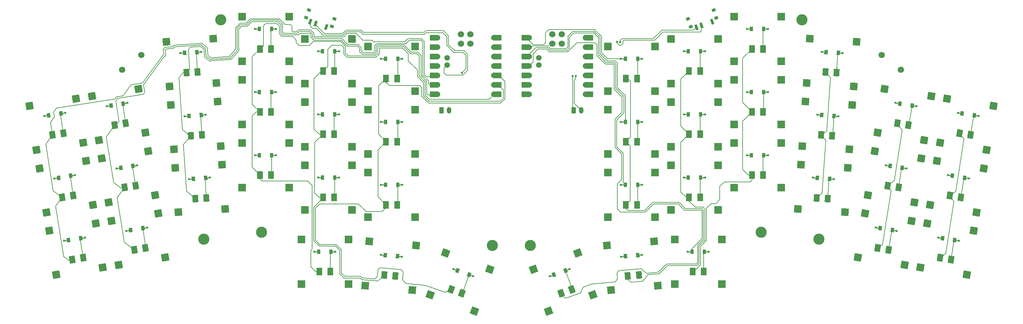
<source format=gbr>
%TF.GenerationSoftware,KiCad,Pcbnew,8.0.6*%
%TF.CreationDate,2025-07-27T16:03:56+02:00*%
%TF.ProjectId,combined,636f6d62-696e-4656-942e-6b696361645f,v1.0.0*%
%TF.SameCoordinates,Original*%
%TF.FileFunction,Copper,L1,Top*%
%TF.FilePolarity,Positive*%
%FSLAX46Y46*%
G04 Gerber Fmt 4.6, Leading zero omitted, Abs format (unit mm)*
G04 Created by KiCad (PCBNEW 8.0.6) date 2025-07-27 16:03:56*
%MOMM*%
%LPD*%
G01*
G04 APERTURE LIST*
G04 Aperture macros list*
%AMRoundRect*
0 Rectangle with rounded corners*
0 $1 Rounding radius*
0 $2 $3 $4 $5 $6 $7 $8 $9 X,Y pos of 4 corners*
0 Add a 4 corners polygon primitive as box body*
4,1,4,$2,$3,$4,$5,$6,$7,$8,$9,$2,$3,0*
0 Add four circle primitives for the rounded corners*
1,1,$1+$1,$2,$3*
1,1,$1+$1,$4,$5*
1,1,$1+$1,$6,$7*
1,1,$1+$1,$8,$9*
0 Add four rect primitives between the rounded corners*
20,1,$1+$1,$2,$3,$4,$5,0*
20,1,$1+$1,$4,$5,$6,$7,0*
20,1,$1+$1,$6,$7,$8,$9,0*
20,1,$1+$1,$8,$9,$2,$3,0*%
%AMRotRect*
0 Rectangle, with rotation*
0 The origin of the aperture is its center*
0 $1 length*
0 $2 width*
0 $3 Rotation angle, in degrees counterclockwise*
0 Add horizontal line*
21,1,$1,$2,0,0,$3*%
G04 Aperture macros list end*
%TA.AperFunction,SMDPad,CuDef*%
%ADD10R,0.900000X1.200000*%
%TD*%
%TA.AperFunction,ComponentPad*%
%ADD11C,1.400000*%
%TD*%
%TA.AperFunction,SMDPad,CuDef*%
%ADD12RotRect,1.550000X2.000000X351.000000*%
%TD*%
%TA.AperFunction,SMDPad,CuDef*%
%ADD13RotRect,2.000000X2.000000X351.000000*%
%TD*%
%TA.AperFunction,SMDPad,CuDef*%
%ADD14RotRect,1.550000X2.000000X20.000000*%
%TD*%
%TA.AperFunction,SMDPad,CuDef*%
%ADD15RotRect,2.000000X2.000000X20.000000*%
%TD*%
%TA.AperFunction,SMDPad,CuDef*%
%ADD16RotRect,0.900000X1.200000X351.000000*%
%TD*%
%TA.AperFunction,SMDPad,CuDef*%
%ADD17RotRect,1.550000X2.000000X9.000000*%
%TD*%
%TA.AperFunction,SMDPad,CuDef*%
%ADD18RotRect,2.000000X2.000000X9.000000*%
%TD*%
%TA.AperFunction,SMDPad,CuDef*%
%ADD19R,1.550000X2.000000*%
%TD*%
%TA.AperFunction,SMDPad,CuDef*%
%ADD20R,2.000000X2.000000*%
%TD*%
%TA.AperFunction,SMDPad,CuDef*%
%ADD21RotRect,0.900000X1.200000X356.000000*%
%TD*%
%TA.AperFunction,ComponentPad*%
%ADD22C,3.000000*%
%TD*%
%TA.AperFunction,SMDPad,CuDef*%
%ADD23RotRect,1.550000X2.000000X356.000000*%
%TD*%
%TA.AperFunction,SMDPad,CuDef*%
%ADD24RotRect,2.000000X2.000000X356.000000*%
%TD*%
%TA.AperFunction,ComponentPad*%
%ADD25RoundRect,0.240000X-0.360000X-0.635000X0.360000X-0.635000X0.360000X0.635000X-0.360000X0.635000X0*%
%TD*%
%TA.AperFunction,ComponentPad*%
%ADD26O,1.200000X1.750000*%
%TD*%
%TA.AperFunction,SMDPad,CuDef*%
%ADD27RotRect,0.900000X1.200000X9.000000*%
%TD*%
%TA.AperFunction,SMDPad,CuDef*%
%ADD28RotRect,0.900000X1.200000X4.000000*%
%TD*%
%TA.AperFunction,SMDPad,CuDef*%
%ADD29RotRect,1.550000X2.000000X340.000000*%
%TD*%
%TA.AperFunction,SMDPad,CuDef*%
%ADD30RotRect,2.000000X2.000000X340.000000*%
%TD*%
%TA.AperFunction,SMDPad,CuDef*%
%ADD31RotRect,0.900000X1.200000X355.000000*%
%TD*%
%TA.AperFunction,SMDPad,CuDef*%
%ADD32RotRect,1.550000X2.000000X4.000000*%
%TD*%
%TA.AperFunction,SMDPad,CuDef*%
%ADD33RotRect,2.000000X2.000000X4.000000*%
%TD*%
%TA.AperFunction,ComponentPad*%
%ADD34C,1.700000*%
%TD*%
%TA.AperFunction,SMDPad,CuDef*%
%ADD35RoundRect,0.152400X1.063600X0.609600X-1.063600X0.609600X-1.063600X-0.609600X1.063600X-0.609600X0*%
%TD*%
%TA.AperFunction,ComponentPad*%
%ADD36C,1.524000*%
%TD*%
%TA.AperFunction,SMDPad,CuDef*%
%ADD37RoundRect,0.152400X-1.063600X-0.609600X1.063600X-0.609600X1.063600X0.609600X-1.063600X0.609600X0*%
%TD*%
%TA.AperFunction,CastellatedPad*%
%ADD38C,1.500000*%
%TD*%
%TA.AperFunction,CastellatedPad*%
%ADD39C,1.700000*%
%TD*%
%TA.AperFunction,SMDPad,CuDef*%
%ADD40RotRect,1.550000X2.000000X355.000000*%
%TD*%
%TA.AperFunction,SMDPad,CuDef*%
%ADD41RotRect,2.000000X2.000000X355.000000*%
%TD*%
%TA.AperFunction,SMDPad,CuDef*%
%ADD42RotRect,0.900000X1.200000X20.000000*%
%TD*%
%TA.AperFunction,SMDPad,CuDef*%
%ADD43RotRect,1.000000X0.800000X161.000000*%
%TD*%
%TA.AperFunction,SMDPad,CuDef*%
%ADD44RotRect,0.700000X1.500000X161.000000*%
%TD*%
%TA.AperFunction,SMDPad,CuDef*%
%ADD45RotRect,0.900000X1.200000X340.000000*%
%TD*%
%TA.AperFunction,SMDPad,CuDef*%
%ADD46RotRect,1.000000X0.800000X199.000000*%
%TD*%
%TA.AperFunction,SMDPad,CuDef*%
%ADD47RotRect,0.700000X1.500000X199.000000*%
%TD*%
%TA.AperFunction,SMDPad,CuDef*%
%ADD48RotRect,0.900000X1.200000X5.000000*%
%TD*%
%TA.AperFunction,SMDPad,CuDef*%
%ADD49RotRect,1.550000X2.000000X5.000000*%
%TD*%
%TA.AperFunction,SMDPad,CuDef*%
%ADD50RotRect,2.000000X2.000000X5.000000*%
%TD*%
%TA.AperFunction,ViaPad*%
%ADD51C,0.600000*%
%TD*%
%TA.AperFunction,Conductor*%
%ADD52C,0.200000*%
%TD*%
%TA.AperFunction,Conductor*%
%ADD53C,0.250000*%
%TD*%
G04 APERTURE END LIST*
D10*
%TO.P,D16,1*%
%TO.N,P2*%
X184557104Y-80904248D03*
%TO.P,D16,2*%
%TO.N,inner_bottom*%
X187857092Y-80904250D03*
%TD*%
D11*
%TO.P,CPG1316,1*%
%TO.N,P8*%
X319940054Y-81099678D03*
D12*
X319940054Y-81099678D03*
D11*
%TO.P,CPG1316,2*%
%TO.N,mirror_pinky_home*%
X322903123Y-81568982D03*
D12*
X322903123Y-81568982D03*
D13*
%TO.P,CPG1316,3*%
%TO.N,N/C*%
X316502925Y-71797471D03*
X314625714Y-83649728D03*
X329046566Y-73784184D03*
X327169355Y-85636441D03*
%TD*%
D11*
%TO.P,CPG1316,1*%
%TO.N,P9*%
X334071367Y-100549759D03*
D12*
X334071367Y-100549759D03*
D11*
%TO.P,CPG1316,2*%
%TO.N,mirror_outer_bottom*%
X337034436Y-101019063D03*
D12*
X337034436Y-101019063D03*
D13*
%TO.P,CPG1316,3*%
%TO.N,N/C*%
X330634238Y-91247552D03*
X328757027Y-103099809D03*
X343177879Y-93234265D03*
X341300668Y-105086522D03*
%TD*%
D11*
%TO.P,CPG1316,1*%
%TO.N,P4*%
X231955305Y-110077994D03*
D14*
X231955305Y-110077994D03*
D11*
%TO.P,CPG1316,2*%
%TO.N,mirror_far_thumb*%
X234774385Y-109051932D03*
D14*
X234774385Y-109051932D03*
D15*
%TO.P,CPG1316,3*%
%TO.N,N/C*%
X228543565Y-114884766D03*
X224439323Y-103608450D03*
X240477663Y-110541110D03*
X236373421Y-99264794D03*
%TD*%
D16*
%TO.P,D1,1*%
%TO.N,P2*%
X334760144Y-95242158D03*
%TO.P,D1,2*%
%TO.N,mirror_outer_bottom*%
X338019518Y-95758400D03*
%TD*%
D11*
%TO.P,CPG1316,1*%
%TO.N,P4*%
X97403782Y-84227536D03*
D17*
X97403782Y-84227536D03*
D11*
%TO.P,CPG1316,2*%
%TO.N,outer_home*%
X100366842Y-83758231D03*
D17*
X100366842Y-83758231D03*
D18*
%TO.P,CPG1316,3*%
%TO.N,N/C*%
X93137545Y-88294999D03*
X91260332Y-76442740D03*
X105681186Y-86308284D03*
X103803973Y-74456025D03*
%TD*%
D11*
%TO.P,CPG1316,1*%
%TO.N,P6*%
X283390500Y-78255067D03*
D19*
X283390500Y-78255067D03*
D11*
%TO.P,CPG1316,2*%
%TO.N,mirror_middle_bottom*%
X286390502Y-78255066D03*
D19*
X286390502Y-78255066D03*
D20*
%TO.P,CPG1316,3*%
%TO.N,N/C*%
X278540500Y-69605066D03*
X278540501Y-81605067D03*
X291240501Y-69605065D03*
X291240502Y-81605066D03*
%TD*%
D11*
%TO.P,CPG1316,1*%
%TO.N,P8*%
X167707098Y-67254254D03*
D19*
X167707098Y-67254254D03*
D11*
%TO.P,CPG1316,2*%
%TO.N,index_home*%
X170707100Y-67254253D03*
D19*
X170707100Y-67254253D03*
D20*
%TO.P,CPG1316,3*%
%TO.N,N/C*%
X162857098Y-58604253D03*
X162857099Y-70604254D03*
X175557099Y-58604252D03*
X175557100Y-70604253D03*
%TD*%
D10*
%TO.P,D18,1*%
%TO.N,P0*%
X184557104Y-46904247D03*
%TO.P,D18,2*%
%TO.N,inner_top*%
X187857092Y-46904249D03*
%TD*%
D21*
%TO.P,D7,1*%
%TO.N,P2*%
X301040230Y-79039988D03*
%TO.P,D7,2*%
%TO.N,mirror_ring_bottom*%
X304332190Y-79270178D03*
%TD*%
D22*
%TO.P,REF\u002A\u002A,1*%
%TO.N,N/C*%
X301445000Y-95510000D03*
%TD*%
D11*
%TO.P,CPG1316,1*%
%TO.N,P8*%
X322599432Y-64308964D03*
D12*
X322599432Y-64308964D03*
D11*
%TO.P,CPG1316,2*%
%TO.N,mirror_pinky_top*%
X325562501Y-64778268D03*
D12*
X325562501Y-64778268D03*
D13*
%TO.P,CPG1316,3*%
%TO.N,N/C*%
X319162303Y-55006757D03*
X317285092Y-66859014D03*
X331705944Y-56993470D03*
X329828733Y-68845727D03*
%TD*%
D11*
%TO.P,CPG1316,1*%
%TO.N,P7*%
X166707103Y-104254245D03*
D19*
X166707103Y-104254245D03*
D11*
%TO.P,CPG1316,2*%
%TO.N,near_thumb*%
X169707105Y-104254244D03*
D19*
X169707105Y-104254244D03*
D20*
%TO.P,CPG1316,3*%
%TO.N,N/C*%
X161857103Y-95604244D03*
X161857104Y-107604245D03*
X174557104Y-95604243D03*
X174557105Y-107604244D03*
%TD*%
D11*
%TO.P,CPG1316,1*%
%TO.N,P5*%
X266390498Y-67255062D03*
D19*
X266390498Y-67255062D03*
D11*
%TO.P,CPG1316,2*%
%TO.N,mirror_index_home*%
X269390500Y-67255061D03*
D19*
X269390500Y-67255061D03*
D20*
%TO.P,CPG1316,3*%
%TO.N,N/C*%
X261540498Y-58605061D03*
X261540499Y-70605062D03*
X274240499Y-58605060D03*
X274240500Y-70605061D03*
%TD*%
D11*
%TO.P,CPG1316,1*%
%TO.N,P7*%
X300816665Y-84387415D03*
D23*
X300816665Y-84387415D03*
D11*
%TO.P,CPG1316,2*%
%TO.N,mirror_ring_bottom*%
X303809355Y-84596685D03*
D23*
X303809355Y-84596685D03*
D24*
%TO.P,CPG1316,3*%
%TO.N,N/C*%
X296581872Y-75420166D03*
X295744797Y-87390936D03*
X309250935Y-76306072D03*
X308413860Y-88276842D03*
%TD*%
D16*
%TO.P,D4,1*%
%TO.N,P2*%
X317969431Y-92582765D03*
%TO.P,D4,2*%
%TO.N,mirror_pinky_bottom*%
X321228805Y-93099007D03*
%TD*%
D11*
%TO.P,CPG1316,1*%
%TO.N,P7*%
X150707100Y-78254249D03*
D19*
X150707100Y-78254249D03*
D11*
%TO.P,CPG1316,2*%
%TO.N,middle_bottom*%
X153707102Y-78254248D03*
D19*
X153707102Y-78254248D03*
D20*
%TO.P,CPG1316,3*%
%TO.N,N/C*%
X145857100Y-69604248D03*
X145857101Y-81604249D03*
X158557101Y-69604247D03*
X158557102Y-81604248D03*
%TD*%
D25*
%TO.P,JST1,1*%
%TO.N,GND*%
X199700142Y-60776690D03*
D26*
%TO.P,JST1,2*%
%TO.N,BAT_P*%
X201700134Y-60776690D03*
%TD*%
D10*
%TO.P,D16,1*%
%TO.N,P2*%
X249240504Y-80905073D03*
%TO.P,D16,2*%
%TO.N,mirror_inner_bottom*%
X252540496Y-80905069D03*
%TD*%
D11*
%TO.P,CPG1316,1*%
%TO.N,P8*%
X167707108Y-50254251D03*
D19*
X167707108Y-50254251D03*
D11*
%TO.P,CPG1316,2*%
%TO.N,index_top*%
X170707110Y-50254250D03*
D19*
X170707110Y-50254250D03*
D20*
%TO.P,CPG1316,3*%
%TO.N,N/C*%
X162857108Y-41604250D03*
X162857109Y-53604251D03*
X175557109Y-41604249D03*
X175557110Y-53604250D03*
%TD*%
D27*
%TO.P,D4,1*%
%TO.N,P2*%
X115868793Y-93098186D03*
%TO.P,D4,2*%
%TO.N,pinky_bottom*%
X119128165Y-92581958D03*
%TD*%
D11*
%TO.P,CPG1316,1*%
%TO.N,P9*%
X184707097Y-52254237D03*
D19*
X184707097Y-52254237D03*
D11*
%TO.P,CPG1316,2*%
%TO.N,inner_top*%
X187707099Y-52254236D03*
D19*
X187707099Y-52254236D03*
D20*
%TO.P,CPG1316,3*%
%TO.N,N/C*%
X179857097Y-43604236D03*
X179857098Y-55604237D03*
X192557098Y-43604235D03*
X192557099Y-55604236D03*
%TD*%
D10*
%TO.P,D12,1*%
%TO.N,P0*%
X283240507Y-38905060D03*
%TO.P,D12,2*%
%TO.N,mirror_middle_top*%
X286540499Y-38905056D03*
%TD*%
%TO.P,D14,1*%
%TO.N,P1*%
X266240502Y-61905059D03*
%TO.P,D14,2*%
%TO.N,mirror_index_home*%
X269540494Y-61905055D03*
%TD*%
D28*
%TO.P,D9,1*%
%TO.N,P0*%
X130393690Y-45352177D03*
%TO.P,D9,2*%
%TO.N,ring_top*%
X133685638Y-45121979D03*
%TD*%
D27*
%TO.P,D6,1*%
%TO.N,P0*%
X110550022Y-59516786D03*
%TO.P,D6,2*%
%TO.N,pinky_top*%
X113809394Y-59000558D03*
%TD*%
D11*
%TO.P,CPG1316,1*%
%TO.N,P9*%
X202323205Y-109051108D03*
D29*
X202323205Y-109051108D03*
D11*
%TO.P,CPG1316,2*%
%TO.N,far_thumb*%
X205142286Y-110077173D03*
D29*
X205142286Y-110077173D03*
D30*
%TO.P,CPG1316,3*%
%TO.N,N/C*%
X200724170Y-99263970D03*
X196619930Y-110540286D03*
X212658266Y-103607626D03*
X208554026Y-114883942D03*
%TD*%
D31*
%TO.P,D20,1*%
%TO.N,P3*%
X184538387Y-99829043D03*
%TO.P,D20,2*%
%TO.N,home_thumb*%
X187825831Y-100116665D03*
%TD*%
D22*
%TO.P,REF\u002A\u002A,1*%
%TO.N,N/C*%
X296887607Y-36403845D03*
%TD*%
D16*
%TO.P,D3,1*%
%TO.N,P0*%
X340078908Y-61660747D03*
%TO.P,D3,2*%
%TO.N,mirror_outer_top*%
X343338282Y-62176989D03*
%TD*%
D21*
%TO.P,D8,1*%
%TO.N,P1*%
X302226086Y-62081403D03*
%TO.P,D8,2*%
%TO.N,mirror_ring_home*%
X305518046Y-62311593D03*
%TD*%
D22*
%TO.P,REF\u002A\u002A,1*%
%TO.N,N/C*%
X135545000Y-95560000D03*
%TD*%
D11*
%TO.P,CPG1316,1*%
%TO.N,P9*%
X336730746Y-83759053D03*
D12*
X336730746Y-83759053D03*
D11*
%TO.P,CPG1316,2*%
%TO.N,mirror_outer_home*%
X339693815Y-84228357D03*
D12*
X339693815Y-84228357D03*
D13*
%TO.P,CPG1316,3*%
%TO.N,N/C*%
X333293617Y-74456846D03*
X331416406Y-86309103D03*
X345837258Y-76443559D03*
X343960047Y-88295816D03*
%TD*%
D10*
%TO.P,D13,1*%
%TO.N,P2*%
X266240507Y-78905062D03*
%TO.P,D13,2*%
%TO.N,mirror_index_bottom*%
X269540499Y-78905058D03*
%TD*%
%TO.P,D14,1*%
%TO.N,P1*%
X167557102Y-61904243D03*
%TO.P,D14,2*%
%TO.N,index_home*%
X170857090Y-61904245D03*
%TD*%
D11*
%TO.P,CPG1316,1*%
%TO.N,P9*%
X339390135Y-66968354D03*
D12*
X339390135Y-66968354D03*
D11*
%TO.P,CPG1316,2*%
%TO.N,mirror_outer_top*%
X342353204Y-67437658D03*
D12*
X342353204Y-67437658D03*
D13*
%TO.P,CPG1316,3*%
%TO.N,N/C*%
X335953006Y-57666147D03*
X334075795Y-69518404D03*
X348496647Y-59652860D03*
X346619436Y-71505117D03*
%TD*%
D11*
%TO.P,CPG1316,1*%
%TO.N,P6*%
X132102378Y-67637274D03*
D32*
X132102378Y-67637274D03*
D11*
%TO.P,CPG1316,2*%
%TO.N,ring_home*%
X135095066Y-67428008D03*
D32*
X135095066Y-67428008D03*
D33*
%TO.P,CPG1316,3*%
%TO.N,N/C*%
X127497874Y-71317437D03*
X126660798Y-59346669D03*
X140166938Y-70431527D03*
X139329862Y-58460759D03*
%TD*%
D10*
%TO.P,D15,1*%
%TO.N,P0*%
X167557100Y-44904245D03*
%TO.P,D15,2*%
%TO.N,index_top*%
X170857088Y-44904247D03*
%TD*%
D34*
%TO.P,RST1,1*%
%TO.N,RST*%
X323541846Y-49854210D03*
%TO.P,RST1,2*%
%TO.N,GND*%
X318350708Y-45942428D03*
%TD*%
D11*
%TO.P,CPG1316,1*%
%TO.N,P4*%
X100063175Y-101018243D03*
D17*
X100063175Y-101018243D03*
D11*
%TO.P,CPG1316,2*%
%TO.N,outer_bottom*%
X103026235Y-100548938D03*
D17*
X103026235Y-100548938D03*
D18*
%TO.P,CPG1316,3*%
%TO.N,N/C*%
X95796938Y-105085706D03*
X93919725Y-93233447D03*
X108340579Y-103098991D03*
X106463366Y-91246732D03*
%TD*%
D11*
%TO.P,CPG1316,1*%
%TO.N,P8*%
X317280668Y-97890375D03*
D12*
X317280668Y-97890375D03*
D11*
%TO.P,CPG1316,2*%
%TO.N,mirror_pinky_bottom*%
X320243737Y-98359679D03*
D12*
X320243737Y-98359679D03*
D13*
%TO.P,CPG1316,3*%
%TO.N,N/C*%
X313843539Y-88588168D03*
X311966328Y-100440425D03*
X326387180Y-90574881D03*
X324509969Y-102427138D03*
%TD*%
D11*
%TO.P,CPG1316,1*%
%TO.N,P6*%
X283390508Y-61255074D03*
D19*
X283390508Y-61255074D03*
D11*
%TO.P,CPG1316,2*%
%TO.N,mirror_middle_home*%
X286390510Y-61255073D03*
D19*
X286390510Y-61255073D03*
D20*
%TO.P,CPG1316,3*%
%TO.N,N/C*%
X278540508Y-52605073D03*
X278540509Y-64605074D03*
X291240509Y-52605072D03*
X291240510Y-64605073D03*
%TD*%
D11*
%TO.P,CPG1316,1*%
%TO.N,P6*%
X267390501Y-104255071D03*
D19*
X267390501Y-104255071D03*
D11*
%TO.P,CPG1316,2*%
%TO.N,mirror_near_thumb*%
X270390503Y-104255070D03*
D19*
X270390503Y-104255070D03*
D20*
%TO.P,CPG1316,3*%
%TO.N,N/C*%
X262540501Y-95605070D03*
X262540502Y-107605071D03*
X275240502Y-95605069D03*
X275240503Y-107605070D03*
%TD*%
D10*
%TO.P,D19,1*%
%TO.N,P3*%
X267240506Y-98905071D03*
%TO.P,D19,2*%
%TO.N,mirror_near_thumb*%
X270540498Y-98905067D03*
%TD*%
D11*
%TO.P,CPG1316,1*%
%TO.N,P4*%
X249390496Y-52255067D03*
D19*
X249390496Y-52255067D03*
D11*
%TO.P,CPG1316,2*%
%TO.N,mirror_inner_top*%
X252390498Y-52255066D03*
D19*
X252390498Y-52255066D03*
D20*
%TO.P,CPG1316,3*%
%TO.N,N/C*%
X244540496Y-43605066D03*
X244540497Y-55605067D03*
X257240497Y-43605065D03*
X257240498Y-55605066D03*
%TD*%
D10*
%TO.P,D17,1*%
%TO.N,P1*%
X249240498Y-63905078D03*
%TO.P,D17,2*%
%TO.N,mirror_inner_home*%
X252540490Y-63905074D03*
%TD*%
%TO.P,D18,1*%
%TO.N,P0*%
X249240503Y-46905069D03*
%TO.P,D18,2*%
%TO.N,mirror_inner_top*%
X252540495Y-46905065D03*
%TD*%
D11*
%TO.P,CPG1316,1*%
%TO.N,P6*%
X133288235Y-84595855D03*
D32*
X133288235Y-84595855D03*
D11*
%TO.P,CPG1316,2*%
%TO.N,ring_bottom*%
X136280923Y-84386589D03*
D32*
X136280923Y-84386589D03*
D33*
%TO.P,CPG1316,3*%
%TO.N,N/C*%
X128683731Y-88276018D03*
X127846655Y-76305250D03*
X141352795Y-87390108D03*
X140515719Y-75419340D03*
%TD*%
D10*
%TO.P,D11,1*%
%TO.N,P1*%
X283240502Y-55905069D03*
%TO.P,D11,2*%
%TO.N,mirror_middle_home*%
X286540494Y-55905065D03*
%TD*%
D25*
%TO.P,JST1,1*%
%TO.N,GND*%
X235300001Y-60775005D03*
D26*
%TO.P,JST1,2*%
%TO.N,BAT_P*%
X237299999Y-60774999D03*
%TD*%
D11*
%TO.P,CPG1316,1*%
%TO.N,P9*%
X184707104Y-69254249D03*
D19*
X184707104Y-69254249D03*
D11*
%TO.P,CPG1316,2*%
%TO.N,inner_home*%
X187707106Y-69254248D03*
D19*
X187707106Y-69254248D03*
D20*
%TO.P,CPG1316,3*%
%TO.N,N/C*%
X179857104Y-60604248D03*
X179857105Y-72604249D03*
X192557105Y-60604247D03*
X192557106Y-72604248D03*
%TD*%
D16*
%TO.P,D5,1*%
%TO.N,P1*%
X320628820Y-75792070D03*
%TO.P,D5,2*%
%TO.N,mirror_pinky_home*%
X323888194Y-76308312D03*
%TD*%
D10*
%TO.P,D19,1*%
%TO.N,P3*%
X166557110Y-98904248D03*
%TO.P,D19,2*%
%TO.N,near_thumb*%
X169857098Y-98904250D03*
%TD*%
%TO.P,D11,1*%
%TO.N,P1*%
X150557111Y-55904251D03*
%TO.P,D11,2*%
%TO.N,middle_home*%
X153857099Y-55904253D03*
%TD*%
D11*
%TO.P,CPG1316,1*%
%TO.N,P7*%
X150707097Y-61254243D03*
D19*
X150707097Y-61254243D03*
D11*
%TO.P,CPG1316,2*%
%TO.N,middle_home*%
X153707099Y-61254242D03*
D19*
X153707099Y-61254242D03*
D20*
%TO.P,CPG1316,3*%
%TO.N,N/C*%
X145857097Y-52604242D03*
X145857098Y-64604243D03*
X158557098Y-52604241D03*
X158557099Y-64604242D03*
%TD*%
D10*
%TO.P,D10,1*%
%TO.N,P2*%
X150557098Y-72904244D03*
%TO.P,D10,2*%
%TO.N,middle_bottom*%
X153857086Y-72904246D03*
%TD*%
D11*
%TO.P,CPG1316,1*%
%TO.N,P5*%
X116853875Y-98358855D03*
D17*
X116853875Y-98358855D03*
D11*
%TO.P,CPG1316,2*%
%TO.N,pinky_bottom*%
X119816935Y-97889550D03*
D17*
X119816935Y-97889550D03*
D18*
%TO.P,CPG1316,3*%
%TO.N,N/C*%
X112587638Y-102426318D03*
X110710425Y-90574059D03*
X125131279Y-100439603D03*
X123254066Y-88587344D03*
%TD*%
D16*
%TO.P,D6,1*%
%TO.N,P0*%
X323288209Y-59001368D03*
%TO.P,D6,2*%
%TO.N,mirror_pinky_top*%
X326547583Y-59517610D03*
%TD*%
D28*
%TO.P,D8,1*%
%TO.N,P1*%
X131579552Y-62310765D03*
%TO.P,D8,2*%
%TO.N,ring_home*%
X134871500Y-62080567D03*
%TD*%
D35*
%TO.P,REF\u002A\u002A,1*%
%TO.N,P0*%
X197752098Y-41284247D03*
D36*
X198587099Y-41284256D03*
D35*
%TO.P,REF\u002A\u002A,2*%
%TO.N,P1*%
X197752099Y-43824246D03*
D36*
X198587104Y-43824257D03*
D35*
%TO.P,REF\u002A\u002A,3*%
%TO.N,P2*%
X197752103Y-46364251D03*
D36*
X198587096Y-46364250D03*
D35*
%TO.P,REF\u002A\u002A,4*%
%TO.N,P3*%
X197752096Y-48904244D03*
D36*
X198587103Y-48904252D03*
D35*
%TO.P,REF\u002A\u002A,5*%
%TO.N,P4*%
X197752097Y-51444252D03*
D36*
X198587104Y-51444253D03*
D35*
%TO.P,REF\u002A\u002A,6*%
%TO.N,P5*%
X197752102Y-53984264D03*
D36*
X198587104Y-53984250D03*
D35*
%TO.P,REF\u002A\u002A,7*%
%TO.N,P6*%
X197752099Y-56524255D03*
D36*
X198587104Y-56524253D03*
%TO.P,REF\u002A\u002A,8*%
%TO.N,P7*%
X213827101Y-56524248D03*
D37*
X214662102Y-56524257D03*
D36*
%TO.P,REF\u002A\u002A,9*%
%TO.N,P8*%
X213827096Y-53984247D03*
D37*
X214662101Y-53984258D03*
D36*
%TO.P,REF\u002A\u002A,10*%
%TO.N,P9*%
X213827104Y-51444254D03*
D37*
X214662097Y-51444253D03*
D36*
%TO.P,REF\u002A\u002A,11*%
%TO.N,P10*%
X213827097Y-48904252D03*
D37*
X214662104Y-48904260D03*
D36*
%TO.P,REF\u002A\u002A,12*%
%TO.N,VCC33*%
X213827096Y-46364251D03*
D37*
X214662103Y-46364252D03*
D36*
%TO.P,REF\u002A\u002A,13*%
%TO.N,GND*%
X213827096Y-43824254D03*
D37*
X214662098Y-43824240D03*
D36*
%TO.P,REF\u002A\u002A,14*%
%TO.N,VCC5*%
X213827096Y-41284251D03*
D37*
X214662101Y-41284249D03*
D38*
%TO.P,REF\u002A\u002A,15*%
%TO.N,RAW*%
X201207100Y-48590751D03*
%TO.P,REF\u002A\u002A,16*%
%TO.N,GND*%
X201207094Y-46685757D03*
D39*
%TO.P,REF\u002A\u002A,19*%
%TO.N,DIO*%
X204882097Y-40335756D03*
%TO.P,REF\u002A\u002A,20*%
%TO.N,CLK*%
X207422102Y-40335749D03*
%TO.P,REF\u002A\u002A,21*%
%TO.N,RST*%
X204882097Y-42875757D03*
%TO.P,REF\u002A\u002A,22*%
%TO.N,GND*%
X207422096Y-42875750D03*
%TD*%
D27*
%TO.P,D3,1*%
%TO.N,P0*%
X93759316Y-62176173D03*
%TO.P,D3,2*%
%TO.N,outer_top*%
X97018688Y-61659945D03*
%TD*%
D11*
%TO.P,CPG1316,1*%
%TO.N,P7*%
X303188389Y-50470244D03*
D23*
X303188389Y-50470244D03*
D11*
%TO.P,CPG1316,2*%
%TO.N,mirror_ring_top*%
X306181079Y-50679514D03*
D23*
X306181079Y-50679514D03*
D24*
%TO.P,CPG1316,3*%
%TO.N,N/C*%
X298953596Y-41502995D03*
X298116521Y-53473765D03*
X311622659Y-42388901D03*
X310785584Y-54359671D03*
%TD*%
D11*
%TO.P,CPG1316,1*%
%TO.N,P4*%
X249390500Y-86255062D03*
D19*
X249390500Y-86255062D03*
D11*
%TO.P,CPG1316,2*%
%TO.N,mirror_inner_bottom*%
X252390502Y-86255061D03*
D19*
X252390502Y-86255061D03*
D20*
%TO.P,CPG1316,3*%
%TO.N,N/C*%
X244540500Y-77605061D03*
X244540501Y-89605062D03*
X257240501Y-77605060D03*
X257240502Y-89605061D03*
%TD*%
D11*
%TO.P,CPG1316,1*%
%TO.N,P8*%
X167707095Y-84254248D03*
D19*
X167707095Y-84254248D03*
D11*
%TO.P,CPG1316,2*%
%TO.N,index_bottom*%
X170707097Y-84254247D03*
D19*
X170707097Y-84254247D03*
D20*
%TO.P,CPG1316,3*%
%TO.N,N/C*%
X162857095Y-75604247D03*
X162857096Y-87604248D03*
X175557096Y-75604246D03*
X175557097Y-87604247D03*
%TD*%
D11*
%TO.P,CPG1316,1*%
%TO.N,P8*%
X184221529Y-105171753D03*
D40*
X184221529Y-105171753D03*
D11*
%TO.P,CPG1316,2*%
%TO.N,home_thumb*%
X187210117Y-105433216D03*
D40*
X187210117Y-105433216D03*
D41*
%TO.P,CPG1316,3*%
%TO.N,N/C*%
X179098015Y-108086296D03*
X180143886Y-96131957D03*
X191749686Y-109193177D03*
X192795557Y-97238838D03*
%TD*%
D11*
%TO.P,CPG1316,1*%
%TO.N,P7*%
X150707099Y-44254257D03*
D19*
X150707099Y-44254257D03*
D11*
%TO.P,CPG1316,2*%
%TO.N,middle_top*%
X153707101Y-44254256D03*
D19*
X153707101Y-44254256D03*
D20*
%TO.P,CPG1316,3*%
%TO.N,N/C*%
X145857099Y-35604256D03*
X145857100Y-47604257D03*
X158557100Y-35604255D03*
X158557101Y-47604256D03*
%TD*%
D27*
%TO.P,D5,1*%
%TO.N,P1*%
X113209410Y-76307486D03*
%TO.P,D5,2*%
%TO.N,pinky_home*%
X116468782Y-75791258D03*
%TD*%
D10*
%TO.P,D10,1*%
%TO.N,P2*%
X283240503Y-72905069D03*
%TO.P,D10,2*%
%TO.N,mirror_middle_bottom*%
X286540495Y-72905065D03*
%TD*%
D42*
%TO.P,D21,1*%
%TO.N,P3*%
X229984546Y-105101930D03*
%TO.P,D21,2*%
%TO.N,mirror_far_thumb*%
X233085526Y-103973264D03*
%TD*%
D11*
%TO.P,CPG1316,1*%
%TO.N,P7*%
X302002531Y-67428825D03*
D23*
X302002531Y-67428825D03*
D11*
%TO.P,CPG1316,2*%
%TO.N,mirror_ring_home*%
X304995221Y-67638095D03*
D23*
X304995221Y-67638095D03*
D24*
%TO.P,CPG1316,3*%
%TO.N,N/C*%
X297767738Y-58461576D03*
X296930663Y-70432346D03*
X310436801Y-59347482D03*
X309599726Y-71318252D03*
%TD*%
D11*
%TO.P,CPG1316,1*%
%TO.N,P6*%
X130916522Y-50678683D03*
D32*
X130916522Y-50678683D03*
D11*
%TO.P,CPG1316,2*%
%TO.N,ring_top*%
X133909210Y-50469417D03*
D32*
X133909210Y-50469417D03*
D33*
%TO.P,CPG1316,3*%
%TO.N,N/C*%
X126312018Y-54358846D03*
X125474942Y-42388078D03*
X138981082Y-53472936D03*
X138144006Y-41502168D03*
%TD*%
D43*
%TO.P,PWR1,*%
%TO.N,*%
X163195757Y-35864255D03*
X170098039Y-38240902D03*
X163915257Y-33774660D03*
X170817542Y-36151304D03*
D44*
%TO.P,PWR1,1*%
%TO.N,N/C*%
X168562699Y-38399701D03*
%TO.P,PWR1,2*%
%TO.N,RAW*%
X165726132Y-37422985D03*
%TO.P,PWR1,3*%
%TO.N,BAT_P*%
X164307862Y-36934640D03*
%TD*%
D10*
%TO.P,D13,1*%
%TO.N,P2*%
X167557106Y-78904249D03*
%TO.P,D13,2*%
%TO.N,index_bottom*%
X170857094Y-78904251D03*
%TD*%
D11*
%TO.P,CPG1316,1*%
%TO.N,P5*%
X111535095Y-64777451D03*
D17*
X111535095Y-64777451D03*
D11*
%TO.P,CPG1316,2*%
%TO.N,pinky_top*%
X114498155Y-64308146D03*
D17*
X114498155Y-64308146D03*
D18*
%TO.P,CPG1316,3*%
%TO.N,N/C*%
X107268858Y-68844914D03*
X105391645Y-56992655D03*
X119812499Y-66858199D03*
X117935286Y-55005940D03*
%TD*%
D11*
%TO.P,CPG1316,1*%
%TO.N,P4*%
X94744403Y-67436835D03*
D17*
X94744403Y-67436835D03*
D11*
%TO.P,CPG1316,2*%
%TO.N,outer_top*%
X97707463Y-66967530D03*
D17*
X97707463Y-66967530D03*
D18*
%TO.P,CPG1316,3*%
%TO.N,N/C*%
X90478166Y-71504298D03*
X88600953Y-59652039D03*
X103021807Y-69517583D03*
X101144594Y-57665324D03*
%TD*%
D34*
%TO.P,RST1,1*%
%TO.N,RST*%
X118746888Y-45941607D03*
%TO.P,RST1,2*%
%TO.N,GND*%
X113555750Y-49853401D03*
%TD*%
D35*
%TO.P,REF\u002A\u002A,1*%
%TO.N,P0*%
X222435492Y-41285064D03*
D36*
X223270500Y-41285060D03*
D35*
%TO.P,REF\u002A\u002A,2*%
%TO.N,P1*%
X222435496Y-43825065D03*
D36*
X223270497Y-43825066D03*
D35*
%TO.P,REF\u002A\u002A,3*%
%TO.N,P2*%
X222435492Y-46365063D03*
D36*
X223270499Y-46365059D03*
D35*
%TO.P,REF\u002A\u002A,4*%
%TO.N,P3*%
X222435492Y-48905058D03*
D36*
X223270494Y-48905062D03*
D35*
%TO.P,REF\u002A\u002A,5*%
%TO.N,P4*%
X222435496Y-51445067D03*
D36*
X223270492Y-51445060D03*
D35*
%TO.P,REF\u002A\u002A,6*%
%TO.N,P5*%
X222435499Y-53985064D03*
D36*
X223270495Y-53985060D03*
D35*
%TO.P,REF\u002A\u002A,7*%
%TO.N,P6*%
X222435493Y-56525062D03*
D36*
X223270495Y-56525057D03*
%TO.P,REF\u002A\u002A,8*%
%TO.N,P7*%
X238510492Y-56525062D03*
D37*
X239345500Y-56525058D03*
D36*
%TO.P,REF\u002A\u002A,9*%
%TO.N,P8*%
X238510495Y-53985056D03*
D37*
X239345496Y-53985057D03*
D36*
%TO.P,REF\u002A\u002A,10*%
%TO.N,P9*%
X238510493Y-51445063D03*
D37*
X239345500Y-51445059D03*
D36*
%TO.P,REF\u002A\u002A,11*%
%TO.N,P10*%
X238510498Y-48905060D03*
D37*
X239345500Y-48905064D03*
D36*
%TO.P,REF\u002A\u002A,12*%
%TO.N,VCC33*%
X238510500Y-46365062D03*
D37*
X239345496Y-46365055D03*
D36*
%TO.P,REF\u002A\u002A,13*%
%TO.N,GND*%
X238510497Y-43825062D03*
D37*
X239345493Y-43825058D03*
D36*
%TO.P,REF\u002A\u002A,14*%
%TO.N,VCC5*%
X238510497Y-41285065D03*
D37*
X239345499Y-41285060D03*
D38*
%TO.P,REF\u002A\u002A,15*%
%TO.N,RAW*%
X225890500Y-48591559D03*
%TO.P,REF\u002A\u002A,16*%
%TO.N,GND*%
X225890492Y-46686564D03*
D39*
%TO.P,REF\u002A\u002A,19*%
%TO.N,DIO*%
X229565495Y-40336560D03*
%TO.P,REF\u002A\u002A,20*%
%TO.N,CLK*%
X232105504Y-40336563D03*
%TO.P,REF\u002A\u002A,21*%
%TO.N,RST*%
X229565490Y-42876564D03*
%TO.P,REF\u002A\u002A,22*%
%TO.N,GND*%
X232105491Y-42876564D03*
%TD*%
D22*
%TO.P,REF\u002A\u002A,1*%
%TO.N,N/C*%
X140129696Y-36388690D03*
%TD*%
%TO.P,REF\u002A\u002A,1*%
%TO.N,N/C*%
X223595000Y-97210000D03*
%TD*%
%TO.P,REF\u002A\u002A,1*%
%TO.N,N/C*%
X151103411Y-93687780D03*
%TD*%
D27*
%TO.P,D2,1*%
%TO.N,P1*%
X96418708Y-78966868D03*
%TO.P,D2,2*%
%TO.N,outer_home*%
X99678080Y-78450640D03*
%TD*%
D45*
%TO.P,D21,1*%
%TO.N,P3*%
X204012077Y-103972437D03*
%TO.P,D21,2*%
%TO.N,far_thumb*%
X207113057Y-105101113D03*
%TD*%
D10*
%TO.P,D17,1*%
%TO.N,P1*%
X184557106Y-63904243D03*
%TO.P,D17,2*%
%TO.N,inner_home*%
X187857094Y-63904245D03*
%TD*%
D46*
%TO.P,PWR1,*%
%TO.N,*%
X273750137Y-35881321D03*
X266847849Y-38257966D03*
X273030637Y-33791728D03*
X266128337Y-36168376D03*
D47*
%TO.P,PWR1,1*%
%TO.N,N/C*%
X272638026Y-36951707D03*
%TO.P,PWR1,2*%
%TO.N,RAW*%
X269801483Y-37928406D03*
%TO.P,PWR1,3*%
%TO.N,BAT_P*%
X268383199Y-38416756D03*
%TD*%
D28*
%TO.P,D7,1*%
%TO.N,P2*%
X132765406Y-79269363D03*
%TO.P,D7,2*%
%TO.N,ring_bottom*%
X136057354Y-79039165D03*
%TD*%
D27*
%TO.P,D1,1*%
%TO.N,P2*%
X99078085Y-95757575D03*
%TO.P,D1,2*%
%TO.N,outer_bottom*%
X102337457Y-95241347D03*
%TD*%
D21*
%TO.P,D9,1*%
%TO.N,P0*%
X303411954Y-45122802D03*
%TO.P,D9,2*%
%TO.N,mirror_ring_top*%
X306703914Y-45352992D03*
%TD*%
D11*
%TO.P,CPG1316,1*%
%TO.N,P6*%
X283390500Y-44255069D03*
D19*
X283390500Y-44255069D03*
D11*
%TO.P,CPG1316,2*%
%TO.N,mirror_middle_top*%
X286390502Y-44255068D03*
D19*
X286390502Y-44255068D03*
D20*
%TO.P,CPG1316,3*%
%TO.N,N/C*%
X278540500Y-35605068D03*
X278540501Y-47605069D03*
X291240501Y-35605067D03*
X291240502Y-47605068D03*
%TD*%
D11*
%TO.P,CPG1316,1*%
%TO.N,P5*%
X266390504Y-50255065D03*
D19*
X266390504Y-50255065D03*
D11*
%TO.P,CPG1316,2*%
%TO.N,mirror_index_top*%
X269390506Y-50255064D03*
D19*
X269390506Y-50255064D03*
D20*
%TO.P,CPG1316,3*%
%TO.N,N/C*%
X261540504Y-41605064D03*
X261540505Y-53605065D03*
X274240505Y-41605063D03*
X274240506Y-53605064D03*
%TD*%
D11*
%TO.P,CPG1316,1*%
%TO.N,P4*%
X249390503Y-69255071D03*
D19*
X249390503Y-69255071D03*
D11*
%TO.P,CPG1316,2*%
%TO.N,mirror_inner_home*%
X252390505Y-69255070D03*
D19*
X252390505Y-69255070D03*
D20*
%TO.P,CPG1316,3*%
%TO.N,N/C*%
X244540503Y-60605070D03*
X244540504Y-72605071D03*
X257240504Y-60605069D03*
X257240505Y-72605070D03*
%TD*%
D10*
%TO.P,D15,1*%
%TO.N,P0*%
X266240497Y-44905066D03*
%TO.P,D15,2*%
%TO.N,mirror_index_top*%
X269540489Y-44905062D03*
%TD*%
D11*
%TO.P,CPG1316,1*%
%TO.N,P5*%
X266390502Y-84255061D03*
D19*
X266390502Y-84255061D03*
D11*
%TO.P,CPG1316,2*%
%TO.N,mirror_index_bottom*%
X269390504Y-84255060D03*
D19*
X269390504Y-84255060D03*
D20*
%TO.P,CPG1316,3*%
%TO.N,N/C*%
X261540502Y-75605060D03*
X261540503Y-87605061D03*
X274240503Y-75605059D03*
X274240504Y-87605060D03*
%TD*%
D22*
%TO.P,REF\u002A\u002A,1*%
%TO.N,N/C*%
X213370000Y-97185000D03*
%TD*%
D11*
%TO.P,CPG1316,1*%
%TO.N,P5*%
X114194482Y-81568149D03*
D17*
X114194482Y-81568149D03*
D11*
%TO.P,CPG1316,2*%
%TO.N,pinky_home*%
X117157542Y-81098844D03*
D17*
X117157542Y-81098844D03*
D18*
%TO.P,CPG1316,3*%
%TO.N,N/C*%
X109928245Y-85635612D03*
X108051032Y-73783353D03*
X122471886Y-83648897D03*
X120594673Y-71796638D03*
%TD*%
D48*
%TO.P,D20,1*%
%TO.N,P3*%
X249271773Y-100117473D03*
%TO.P,D20,2*%
%TO.N,mirror_home_thumb*%
X252559227Y-99829859D03*
%TD*%
D10*
%TO.P,D12,1*%
%TO.N,P0*%
X150557114Y-38904250D03*
%TO.P,D12,2*%
%TO.N,middle_top*%
X153857102Y-38904252D03*
%TD*%
D22*
%TO.P,REF\u002A\u002A,1*%
%TO.N,N/C*%
X285881604Y-93686124D03*
%TD*%
D11*
%TO.P,CPG1316,1*%
%TO.N,P9*%
X184707098Y-86254247D03*
D19*
X184707098Y-86254247D03*
D11*
%TO.P,CPG1316,2*%
%TO.N,inner_bottom*%
X187707100Y-86254246D03*
D19*
X187707100Y-86254246D03*
D20*
%TO.P,CPG1316,3*%
%TO.N,N/C*%
X179857098Y-77604246D03*
X179857099Y-89604247D03*
X192557099Y-77604245D03*
X192557100Y-89604246D03*
%TD*%
D16*
%TO.P,D2,1*%
%TO.N,P1*%
X337419527Y-78451456D03*
%TO.P,D2,2*%
%TO.N,mirror_outer_home*%
X340678901Y-78967698D03*
%TD*%
D11*
%TO.P,CPG1316,1*%
%TO.N,P5*%
X249887483Y-105434041D03*
D49*
X249887483Y-105434041D03*
D11*
%TO.P,CPG1316,2*%
%TO.N,mirror_home_thumb*%
X252876071Y-105172574D03*
D49*
X252876071Y-105172574D03*
D50*
%TO.P,CPG1316,3*%
%TO.N,N/C*%
X245347911Y-109194002D03*
X244302045Y-97239663D03*
X257999583Y-108087123D03*
X256953717Y-96132784D03*
%TD*%
D51*
%TO.N,outer_bottom*%
X103522688Y-95053622D03*
%TO.N,outer_home*%
X100863297Y-78262918D03*
%TO.N,outer_top*%
X98203916Y-61472213D03*
%TO.N,pinky_bottom*%
X120313385Y-92394238D03*
%TO.N,pinky_home*%
X117654007Y-75603534D03*
%TO.N,pinky_top*%
X114994621Y-58812840D03*
%TO.N,ring_bottom*%
X137254443Y-78955454D03*
%TO.N,ring_home*%
X136068586Y-61996870D03*
%TO.N,ring_top*%
X134882719Y-45038271D03*
%TO.N,middle_bottom*%
X155057102Y-72904252D03*
%TO.N,middle_home*%
X155057100Y-55904249D03*
%TO.N,middle_top*%
X155057097Y-38904248D03*
%TO.N,index_bottom*%
X172057099Y-78904245D03*
%TO.N,index_home*%
X172057109Y-61904246D03*
%TO.N,index_top*%
X172057100Y-44904248D03*
%TO.N,inner_bottom*%
X189057099Y-80904247D03*
%TO.N,inner_home*%
X189057101Y-63904254D03*
%TO.N,inner_top*%
X189057101Y-46904248D03*
%TO.N,near_thumb*%
X171057094Y-98904254D03*
%TO.N,home_thumb*%
X189021258Y-100221239D03*
%TO.N,far_thumb*%
X208240694Y-105511540D03*
%TO.N,P2*%
X131568330Y-79353068D03*
X299843162Y-78956272D03*
X282040512Y-72905069D03*
X97892865Y-95945296D03*
X265040503Y-78905068D03*
X333574921Y-95054440D03*
X183357102Y-80904243D03*
X114683560Y-93285910D03*
X166357095Y-78904240D03*
X316784217Y-92395049D03*
X149357096Y-72904248D03*
X248040500Y-80905067D03*
%TO.N,P1*%
X183357098Y-63904239D03*
X149357097Y-55904251D03*
X319443596Y-75604357D03*
X130382468Y-62394487D03*
X282040498Y-55905063D03*
X112024176Y-76495210D03*
X336234302Y-78263740D03*
X265040506Y-61905070D03*
X301029021Y-61997688D03*
X95233475Y-79154595D03*
X248040501Y-63905072D03*
X166357100Y-61904248D03*
%TO.N,P0*%
X322102991Y-58813654D03*
X183357107Y-46904253D03*
X92574089Y-62363893D03*
X149357098Y-38904253D03*
X265040490Y-44905070D03*
X248040511Y-46905067D03*
X282040497Y-38905062D03*
X129196613Y-45435891D03*
X338893694Y-61473040D03*
X166357090Y-44904240D03*
X109364792Y-59704512D03*
X302214877Y-45039099D03*
%TO.N,P3*%
X165357097Y-98904242D03*
X202884450Y-103562031D03*
X248076338Y-100222068D03*
X183342956Y-99724456D03*
X228856912Y-105512358D03*
X266040497Y-98905067D03*
%TO.N,GND*%
X235055893Y-51581772D03*
%TO.N,RAW*%
X246955897Y-42381763D03*
%TO.N,BAT_P*%
X247805896Y-42431771D03*
X235855893Y-51581766D03*
X205150133Y-50701691D03*
%TO.N,mirror_outer_bottom*%
X339204744Y-95946119D03*
%TO.N,mirror_outer_home*%
X341864121Y-79155419D03*
%TO.N,mirror_outer_top*%
X344523508Y-62364720D03*
%TO.N,mirror_pinky_bottom*%
X322414039Y-93286738D03*
%TO.N,mirror_pinky_home*%
X325073429Y-76496024D03*
%TO.N,mirror_pinky_top*%
X327732803Y-59705337D03*
%TO.N,mirror_ring_bottom*%
X305529270Y-79353889D03*
%TO.N,mirror_ring_home*%
X306715132Y-62395296D03*
%TO.N,mirror_ring_top*%
X307900999Y-45436711D03*
%TO.N,mirror_middle_bottom*%
X287740502Y-72905059D03*
%TO.N,mirror_middle_home*%
X287740499Y-55905062D03*
%TO.N,mirror_middle_top*%
X287740498Y-38905075D03*
%TO.N,mirror_index_bottom*%
X270740504Y-78905067D03*
%TO.N,mirror_index_home*%
X270740504Y-61905061D03*
%TO.N,mirror_index_top*%
X270740510Y-44905057D03*
%TO.N,mirror_inner_bottom*%
X253740502Y-80905072D03*
%TO.N,mirror_inner_home*%
X253740503Y-63905065D03*
%TO.N,mirror_inner_top*%
X253740504Y-46905063D03*
%TO.N,mirror_near_thumb*%
X271740502Y-98905069D03*
%TO.N,mirror_home_thumb*%
X253754648Y-99725271D03*
%TO.N,mirror_far_thumb*%
X234213167Y-103562850D03*
%TD*%
D52*
%TO.N,P4*%
X98442575Y-100714845D02*
X97777473Y-100231618D01*
X111624644Y-57732594D02*
X112040273Y-57160526D01*
X165275139Y-40801690D02*
X165450138Y-40976690D01*
X94744397Y-67436835D02*
X92942092Y-69917498D01*
X189750133Y-42376688D02*
X190625132Y-41501691D01*
X194975141Y-42201696D02*
X195000138Y-42226685D01*
X250505888Y-70370456D02*
X249390505Y-69255071D01*
X265475001Y-87325000D02*
X263731767Y-85581767D01*
X250505893Y-85139668D02*
X250505893Y-83690003D01*
X250605889Y-53031775D02*
X250605892Y-53031772D01*
X112040273Y-57160526D02*
X113793417Y-56882868D01*
X137473112Y-46684105D02*
X142435988Y-46337067D01*
X250505888Y-71370455D02*
X250505888Y-70370456D01*
X268405899Y-102181767D02*
X268705896Y-101881772D01*
X270305902Y-87649998D02*
X269980903Y-87325001D01*
X159500134Y-39676697D02*
X160550133Y-39676688D01*
X250505888Y-71370455D02*
X250505896Y-83690000D01*
X233167302Y-111427600D02*
X237161000Y-109974011D01*
X145375136Y-37326691D02*
X146900133Y-37326689D01*
X97777473Y-100231618D02*
X95629474Y-86669656D01*
X113793417Y-56882868D02*
X115913114Y-53965349D01*
X237876354Y-108439933D02*
X240089868Y-107634286D01*
X249390501Y-87255076D02*
X249390499Y-86255065D01*
X249682747Y-103833743D02*
X253495172Y-103500200D01*
X177275135Y-40751694D02*
X178450136Y-41926693D01*
X190625132Y-41501691D02*
X194275139Y-41501684D01*
X157525142Y-37651692D02*
X158825144Y-37651688D01*
X146900133Y-37326689D02*
X148100140Y-36126690D01*
X237161000Y-109974011D02*
X237876354Y-108439933D01*
X156000135Y-36126684D02*
X157525142Y-37651692D01*
X95288596Y-62623325D02*
X95073498Y-61265255D01*
X260405892Y-102181777D02*
X268405899Y-102181767D01*
X247106210Y-106367944D02*
X246958037Y-104674410D01*
X178450136Y-41926693D02*
X180925140Y-41926692D01*
X176600143Y-40076693D02*
X177275135Y-40751687D01*
X95629474Y-86669656D02*
X97403775Y-84227539D01*
X195000138Y-42226685D02*
X195000138Y-51145320D01*
X232299184Y-111022790D02*
X233167302Y-111427600D01*
X136699307Y-46011451D02*
X137473112Y-46684105D01*
X195000138Y-51145320D02*
X195581509Y-51726692D01*
X124793984Y-45726128D02*
X124678153Y-44402235D01*
X256655897Y-85581771D02*
X254455894Y-87781782D01*
X231955306Y-110077994D02*
X232299184Y-111022790D01*
X249829193Y-52255069D02*
X250605892Y-53031772D01*
X254455894Y-87781782D02*
X249917203Y-87781777D01*
X174275137Y-40076694D02*
X176600143Y-40076693D01*
X92942092Y-69917498D02*
X94927863Y-82455171D01*
X159325140Y-38151687D02*
X159325143Y-39501695D01*
X160550133Y-39676688D02*
X161075138Y-39151690D01*
X124227628Y-46401078D02*
X124793984Y-45726128D01*
X269980903Y-87325001D02*
X265475001Y-87325000D01*
X95073498Y-61265255D02*
X95821627Y-60235554D01*
X258154613Y-104433058D02*
X260405892Y-102181777D01*
X249917203Y-87781777D02*
X249390501Y-87255076D01*
X165275135Y-40076686D02*
X165275139Y-40801690D01*
X164350139Y-39151683D02*
X165275135Y-40076686D01*
X240089868Y-107634286D02*
X246515333Y-107072126D01*
X135115224Y-42755865D02*
X136559439Y-44011302D01*
X136559439Y-44011302D02*
X136699307Y-46011451D01*
X194275139Y-41501684D02*
X194975141Y-42201696D01*
X127407331Y-43294853D02*
X135115224Y-42755865D01*
X250605889Y-68039686D02*
X249390505Y-69255071D01*
X144118601Y-43161954D02*
X144118607Y-38583224D01*
X97403775Y-84227539D02*
X97373843Y-84232278D01*
X100063174Y-101018246D02*
X99075489Y-101174680D01*
X180925140Y-41926692D02*
X181375138Y-42376697D01*
X127052535Y-43717686D02*
X127407331Y-43294853D01*
X270305895Y-95566085D02*
X270305902Y-87649998D01*
X181375138Y-42376697D02*
X189750133Y-42376688D01*
X95821627Y-60235554D02*
X111624644Y-57732594D01*
X250605889Y-68039686D02*
X250605889Y-53031775D01*
X173375141Y-40976697D02*
X174275137Y-40076694D01*
X115913114Y-53965349D02*
X119098412Y-53460848D01*
X195581509Y-51726692D02*
X197469661Y-51726696D01*
X197469661Y-51726696D02*
X197752100Y-51444248D01*
X97373843Y-84232278D02*
X94927863Y-82455171D01*
X119098412Y-53460848D02*
X124227628Y-46401078D01*
X94215869Y-64099813D02*
X94423992Y-63813352D01*
X124678153Y-44402235D02*
X125109956Y-43887641D01*
X177275135Y-40751687D02*
X177275135Y-40751694D01*
X254941886Y-104714136D02*
X258154613Y-104433058D01*
X148100140Y-36126690D02*
X156000135Y-36126684D01*
X268705896Y-101881772D02*
X268705898Y-97166085D01*
X94423992Y-63813352D02*
X95288596Y-62623325D01*
X250505893Y-83690003D02*
X250505896Y-83690000D01*
X246958037Y-104674410D02*
X247503466Y-104024409D01*
X249829189Y-52255068D02*
X250605892Y-53031772D01*
X249390499Y-86255065D02*
X250505893Y-85139668D01*
X94744397Y-67436835D02*
X94215869Y-64099813D01*
X158825144Y-37651688D02*
X159325140Y-38151687D01*
X246515333Y-107072126D02*
X247106210Y-106367944D01*
X268705898Y-97166085D02*
X270305895Y-95566085D01*
X142435988Y-46337067D02*
X144198828Y-44309154D01*
X125109956Y-43887641D02*
X127052535Y-43717686D01*
X144198828Y-44309154D02*
X144118601Y-43161954D01*
X144118607Y-38583224D02*
X145375136Y-37326691D01*
X263724998Y-85581765D02*
X256655897Y-85581771D01*
X253495172Y-103500200D02*
X254941886Y-104714136D01*
X197092698Y-51444248D02*
X197752094Y-51444247D01*
X165450138Y-40976690D02*
X173375141Y-40976697D01*
X263731767Y-85581767D02*
X263724998Y-85581765D01*
X249390496Y-52255070D02*
X249829193Y-52255069D01*
X159325143Y-39501695D02*
X159500134Y-39676697D01*
X247503466Y-104024409D02*
X249682747Y-103833743D01*
X161075138Y-39151690D02*
X164350139Y-39151683D01*
X99075489Y-101174680D02*
X98442575Y-100714845D01*
%TO.N,outer_bottom*%
X103026238Y-100548947D02*
X102212773Y-95412957D01*
D53*
X102337455Y-95241341D02*
X103522688Y-95053622D01*
D52*
X102212773Y-95412957D02*
X102337463Y-95241340D01*
%TO.N,outer_home*%
X99553386Y-78622259D02*
X99678079Y-78450638D01*
D53*
X99678073Y-78450629D02*
X100863297Y-78262918D01*
D52*
X100366843Y-83758232D02*
X99553386Y-78622259D01*
D53*
%TO.N,outer_top*%
X97018688Y-61659937D02*
X98203916Y-61472213D01*
D52*
X96894004Y-61831545D02*
X97018688Y-61659937D01*
X97707468Y-66967534D02*
X96894004Y-61831545D01*
%TO.N,P5*%
X196507708Y-53984262D02*
X196150135Y-53626691D01*
X270705896Y-87399998D02*
X270705898Y-95731770D01*
X196150135Y-53626691D02*
X196150135Y-52861003D01*
X270705898Y-95731770D02*
X269105891Y-97331759D01*
X269105891Y-97331759D02*
X269105899Y-102131777D01*
X145500137Y-37776684D02*
X145495484Y-37772031D01*
X113206795Y-81724593D02*
X112716906Y-81368663D01*
X119349475Y-53927316D02*
X119658430Y-55878006D01*
X196150135Y-52861003D02*
X194587636Y-51298501D01*
X155675132Y-36526690D02*
X148325141Y-36526693D01*
X164875141Y-41011007D02*
X164875139Y-40301685D01*
X114194478Y-81568152D02*
X113206789Y-81724582D01*
X127318895Y-44111156D02*
X127295698Y-44137840D01*
X250784683Y-107111374D02*
X249974774Y-106431777D01*
X142715033Y-46743586D02*
X137278300Y-47123756D01*
X258382569Y-104855099D02*
X255387768Y-105117111D01*
X253946498Y-106834750D02*
X250784683Y-107111374D01*
X266390504Y-50255068D02*
X264205891Y-52439682D01*
X119284366Y-56392859D02*
X119367487Y-56278449D01*
X161300132Y-39551694D02*
X160775144Y-40076686D01*
X145495484Y-37772031D02*
X144521114Y-38746394D01*
X156800141Y-39751694D02*
X156800149Y-37651685D01*
X144521112Y-43183941D02*
X144617032Y-44555585D01*
X148325141Y-36526693D02*
X147075134Y-37776690D01*
X127694682Y-43678869D02*
X127533825Y-43863908D01*
X264205902Y-82790000D02*
X265670967Y-84255063D01*
X181250142Y-45301693D02*
X178600136Y-45301698D01*
X111841967Y-58305651D02*
X112351107Y-57604879D01*
X125192842Y-44528762D02*
X125290968Y-45932051D01*
X181650140Y-44901684D02*
X181250142Y-45301693D01*
X194587636Y-42389193D02*
X194125138Y-41926689D01*
X177325143Y-43151691D02*
X174450141Y-43151691D01*
X137278300Y-47123756D02*
X136157622Y-46149561D01*
X264205891Y-52940001D02*
X264205895Y-65080000D01*
X194125138Y-41926689D02*
X191000145Y-41926692D01*
X136157622Y-46149561D02*
X136028221Y-44299060D01*
X178025137Y-44726694D02*
X178025142Y-43851694D01*
X147075134Y-37776690D02*
X145500137Y-37776684D01*
X264205895Y-65080000D02*
X266380957Y-67255064D01*
X144521114Y-38746394D02*
X144521112Y-43183941D01*
X264205898Y-69439666D02*
X264205893Y-70610000D01*
X172750138Y-41451693D02*
X165315831Y-41451688D01*
X125425088Y-44261599D02*
X125192842Y-44528762D01*
X127533825Y-43863908D02*
X127318895Y-44111156D01*
X264205891Y-52439682D02*
X264205891Y-52940001D01*
X112351107Y-57604879D02*
X119190845Y-56521565D01*
X265670967Y-84255063D02*
X266390507Y-84255063D01*
X164875139Y-40301685D02*
X164125135Y-39551688D01*
X114119053Y-96371896D02*
X112207519Y-84302960D01*
X144617032Y-44555585D02*
X142715033Y-46743586D01*
X112025371Y-64699807D02*
X112706262Y-63762631D01*
X109282820Y-67877448D02*
X109361450Y-68373898D01*
X125292717Y-45956993D02*
X124495635Y-46873928D01*
X119658430Y-55878006D02*
X119367487Y-56278449D01*
X249974774Y-106431777D02*
X249887482Y-105434041D01*
X111250928Y-80303569D02*
X112716906Y-81368663D01*
X268605894Y-102631772D02*
X260605894Y-102631774D01*
X119190845Y-56521565D02*
X119367487Y-56278449D01*
X160775144Y-40076686D02*
X157125139Y-40076683D01*
X197752095Y-53984256D02*
X196507708Y-53984262D01*
X127295698Y-44137840D02*
X125432599Y-44268123D01*
X112207519Y-84302960D02*
X114194478Y-81568152D01*
X270230897Y-86925000D02*
X270705896Y-87399998D01*
X194587636Y-51298501D02*
X194587636Y-42389193D01*
X266390499Y-67255063D02*
X264205898Y-69439666D01*
X190100135Y-42826693D02*
X182250135Y-42826687D01*
X112706262Y-63762631D02*
X111841967Y-58305651D01*
X125290968Y-45932051D02*
X125292717Y-45956993D01*
X157125139Y-40076683D02*
X156800141Y-39751694D01*
X164125135Y-39551688D02*
X161300132Y-39551694D01*
X266390507Y-84255063D02*
X266390503Y-85255074D01*
X255387768Y-105117111D02*
X253946498Y-106834750D01*
X268060430Y-86925000D02*
X270230897Y-86925000D01*
X136021018Y-44196031D02*
X134850469Y-43178487D01*
X174450141Y-43151691D02*
X172750138Y-41451693D01*
X266390503Y-85255074D02*
X267717715Y-86582283D01*
X178025142Y-43851694D02*
X177325143Y-43151691D01*
X156800149Y-37651685D02*
X155675132Y-36526690D01*
X111535094Y-64777455D02*
X109282820Y-67877448D01*
X125432599Y-44268123D02*
X125425088Y-44261599D01*
X134850469Y-43178487D02*
X127694682Y-43678869D01*
X124472895Y-46875522D02*
X119349475Y-53927316D01*
X264205893Y-70610000D02*
X264205902Y-82790000D01*
X267717715Y-86582283D02*
X268060430Y-86925000D01*
X181650138Y-43426692D02*
X181650140Y-44901684D01*
X116853873Y-98358856D02*
X114119053Y-96371896D01*
X136028221Y-44299060D02*
X136021018Y-44196031D01*
X191000145Y-41926692D02*
X190100135Y-42826693D01*
X260605894Y-102631774D02*
X258382569Y-104855099D01*
X269105899Y-102131777D02*
X268605894Y-102631772D01*
X178600136Y-45301698D02*
X178025137Y-44726694D01*
X182250135Y-42826687D02*
X181650138Y-43426692D01*
X165315831Y-41451688D02*
X164875141Y-41011007D01*
X109361450Y-68373898D02*
X111250928Y-80303569D01*
X266380957Y-67255064D02*
X266390499Y-67255063D01*
X124495635Y-46873928D02*
X124472895Y-46875522D01*
X113206789Y-81724582D02*
X112716906Y-81368663D01*
%TO.N,pinky_bottom*%
X119816934Y-97889549D02*
X119941623Y-97717929D01*
X119941623Y-97717929D02*
X119128166Y-92581949D01*
D53*
X119128160Y-92581957D02*
X120313385Y-92394238D01*
D52*
%TO.N,pinky_home*%
X116344084Y-75962879D02*
X116468783Y-75791252D01*
X117157544Y-81098846D02*
X116344084Y-75962879D01*
D53*
X116468772Y-75791253D02*
X117654007Y-75603534D01*
D52*
%TO.N,pinky_top*%
X113684709Y-59172184D02*
X113809395Y-59000560D01*
D53*
X113809390Y-59000551D02*
X114994621Y-58812840D01*
D52*
X114498158Y-64308153D02*
X113684709Y-59172184D01*
%TO.N,P6*%
X165200137Y-41901686D02*
X172625146Y-41901684D01*
X282928236Y-80081765D02*
X280563799Y-80081765D01*
X283390502Y-78255067D02*
X282390501Y-78255066D01*
X195700139Y-55251691D02*
X195700132Y-55251691D01*
X131798162Y-67658548D02*
X132102376Y-67637272D01*
X133288236Y-84595859D02*
X130932160Y-82547755D01*
X271155894Y-95531774D02*
X271155895Y-87131764D01*
X283390508Y-61255074D02*
X280855895Y-58720462D01*
X195700137Y-56376691D02*
X195950138Y-56626686D01*
X282390501Y-78255066D02*
X280855891Y-76720456D01*
X129836951Y-65953690D02*
X128858963Y-51967822D01*
X274705899Y-81331771D02*
X275955878Y-80081771D01*
X131898446Y-43825988D02*
X134748195Y-43626716D01*
X195950138Y-56626686D02*
X197649659Y-56626686D01*
X132102376Y-67637272D02*
X130054272Y-69993351D01*
X144939660Y-43076686D02*
X144939657Y-38962171D01*
X195700148Y-52976697D02*
X195700139Y-55251691D01*
X142942442Y-47128672D02*
X144589303Y-45234172D01*
X156400142Y-37901694D02*
X156400140Y-40051688D01*
X195700132Y-55251691D02*
X195700137Y-56376691D01*
X182050135Y-45151688D02*
X182050131Y-43651693D01*
X269530899Y-102456774D02*
X267732601Y-104255072D01*
X131375816Y-44427203D02*
X131898446Y-43825988D01*
X135777771Y-46451797D02*
X137031873Y-47541973D01*
X182475135Y-43226690D02*
X189625140Y-43226687D01*
X129836951Y-65953690D02*
X131798162Y-67658548D01*
X181425138Y-45776688D02*
X182050135Y-45151688D01*
X144939657Y-38962171D02*
X145700134Y-38201689D01*
X128858963Y-51967822D02*
X129918955Y-50748445D01*
X194150134Y-50876686D02*
X194150132Y-51426683D01*
X172625146Y-41901684D02*
X174275138Y-43551680D01*
X182050131Y-43651693D02*
X182475135Y-43226690D01*
X196972696Y-56524246D02*
X197752101Y-56524242D01*
X174275138Y-43551680D02*
X177125134Y-43551691D01*
X144589303Y-45234172D02*
X145053210Y-44700508D01*
X197649659Y-56626686D02*
X197752090Y-56524249D01*
X194150142Y-45951691D02*
X194150134Y-50876686D01*
X280855899Y-63789681D02*
X280855900Y-64920001D01*
X191500137Y-45101690D02*
X193300134Y-45101683D01*
X189625140Y-43226687D02*
X191500137Y-45101690D01*
X137031873Y-47541973D02*
X142942442Y-47128672D01*
X280855889Y-46789679D02*
X280855888Y-48780001D01*
X283390502Y-78255067D02*
X283370000Y-78275570D01*
X269530899Y-102456774D02*
X269530898Y-97472451D01*
X177575130Y-44001687D02*
X177575137Y-45026691D01*
X156400140Y-40051688D02*
X156862640Y-40514192D01*
X280855896Y-58549999D02*
X280855888Y-48780001D01*
X271155895Y-87131764D02*
X272355890Y-85931771D01*
X275955878Y-80081771D02*
X280563799Y-80081765D01*
X280855895Y-58720462D02*
X280855896Y-58549999D01*
X269530898Y-97472451D02*
X271155898Y-95847450D01*
X194150132Y-51426683D02*
X195700148Y-52976697D01*
X129918955Y-50748445D02*
X131157711Y-50661816D01*
X273655896Y-85931766D02*
X274705892Y-84881771D01*
X145700134Y-38201689D02*
X147275134Y-38201694D01*
X147275134Y-38201694D02*
X148525141Y-36951685D01*
X198587102Y-56524249D02*
X197472698Y-56524252D01*
X161575140Y-40026690D02*
X164000138Y-40026696D01*
X272355890Y-85931771D02*
X273655896Y-85931766D01*
X280855891Y-76720456D02*
X280855900Y-64920001D01*
X283390508Y-61255074D02*
X280855899Y-63789681D01*
X130932160Y-82547755D02*
X130054272Y-69993351D01*
X148525141Y-36951685D02*
X155450139Y-36951683D01*
X145053210Y-44700508D02*
X144939660Y-43076686D01*
X283370000Y-78275570D02*
X283369999Y-79640000D01*
X283369999Y-79640000D02*
X282928236Y-80081765D01*
X164400142Y-40426685D02*
X164400130Y-41101689D01*
X164000138Y-40026696D02*
X164400142Y-40426685D01*
X155450139Y-36951683D02*
X156400142Y-37901694D01*
X283390499Y-44255070D02*
X280855889Y-46789679D01*
X178325136Y-45776684D02*
X181425138Y-45776688D01*
X131746217Y-49724226D02*
X131375816Y-44427203D01*
X164400130Y-41101689D02*
X165200137Y-41901686D01*
X156862640Y-40514192D02*
X161087642Y-40514189D01*
X271155898Y-95847450D02*
X271155894Y-95531774D01*
X274705892Y-84881771D02*
X274705899Y-81331771D01*
X177575137Y-45026691D02*
X178325136Y-45776684D01*
X267732601Y-104255072D02*
X267390504Y-104255072D01*
X134748195Y-43626716D02*
X135634074Y-44396792D01*
X177125134Y-43551691D02*
X177575130Y-44001687D01*
X135634074Y-44396792D02*
X135777771Y-46451797D01*
X161087642Y-40514189D02*
X161575140Y-40026690D01*
X130916519Y-50678685D02*
X131746217Y-49724226D01*
X193300134Y-45101683D02*
X194150142Y-45951691D01*
%TO.N,ring_bottom*%
X135918195Y-79199255D02*
X136057357Y-79039168D01*
D53*
X136057368Y-79039163D02*
X137254443Y-78955454D01*
D52*
X136280931Y-84386589D02*
X135918195Y-79199255D01*
%TO.N,ring_home*%
X134732337Y-62240662D02*
X134871494Y-62080575D01*
X135095066Y-67428004D02*
X134732337Y-62240662D01*
D53*
X134871505Y-62080575D02*
X136068586Y-61996870D01*
%TO.N,ring_top*%
X133685651Y-45121984D02*
X134882719Y-45038271D01*
D52*
X133546474Y-45282077D02*
X133685640Y-45121984D01*
X133909210Y-50469419D02*
X133546474Y-45282077D01*
%TO.N,P7*%
X182725138Y-43626688D02*
X189425136Y-43626699D01*
X301999912Y-67466261D02*
X303275217Y-68933328D01*
X159625140Y-40926695D02*
X160500130Y-41801689D01*
X160500130Y-41801689D02*
X160500132Y-42551686D01*
X150707093Y-61254242D02*
X148639999Y-59187145D01*
X165707099Y-104254244D02*
X164425133Y-102972287D01*
X150707099Y-78254247D02*
X148595669Y-76142816D01*
X165100142Y-42301686D02*
X172459455Y-42301687D01*
X151675146Y-38026695D02*
X152250140Y-37451686D01*
X151675143Y-43501691D02*
X151675142Y-38101689D01*
X166707103Y-104254245D02*
X165707090Y-104254248D01*
X193025143Y-45526692D02*
X193650138Y-46151694D01*
X161300136Y-43351693D02*
X164050140Y-43351689D01*
X181637633Y-46189200D02*
X174487635Y-46189189D01*
X173729794Y-43572031D02*
X173725139Y-43576686D01*
X164050140Y-43351689D02*
X165100142Y-42301686D01*
X173725139Y-43576686D02*
X173725136Y-45426693D01*
X160650140Y-79876682D02*
X163649999Y-79876681D01*
X150707100Y-79254247D02*
X151329543Y-79876690D01*
X191325137Y-45526688D02*
X193025143Y-45526692D01*
X155950136Y-40251691D02*
X156625138Y-40926690D01*
X182450140Y-45376688D02*
X182450140Y-43901695D01*
X160500132Y-42551686D02*
X161300136Y-43351693D01*
X149707102Y-61254241D02*
X148595669Y-62365670D01*
X152250140Y-37451686D02*
X155250133Y-37451690D01*
X155950143Y-38151684D02*
X155950136Y-40251691D01*
X164800141Y-86679999D02*
X164800141Y-86176692D01*
X302238548Y-67445330D02*
X303533145Y-66319953D01*
X302002533Y-67428824D02*
X301999912Y-67466261D01*
X149909387Y-78254246D02*
X150707099Y-78254247D01*
X164800142Y-95890000D02*
X164800142Y-98194990D01*
X163649999Y-79876681D02*
X163650002Y-79929859D01*
X303275217Y-68933328D02*
X302283740Y-83112108D01*
X303533145Y-66319953D02*
X304533280Y-52017361D01*
X195275137Y-53151693D02*
X195275135Y-56751689D01*
X156625138Y-40926690D02*
X159625140Y-40926695D01*
X150707103Y-44254251D02*
X150922577Y-44254252D01*
X189425136Y-43626699D02*
X191325137Y-45526688D01*
X196375140Y-57851685D02*
X212499653Y-57851694D01*
X182450140Y-43901695D02*
X182725138Y-43626688D01*
X181725137Y-46101688D02*
X181637633Y-46189200D01*
X150922577Y-44254252D02*
X151675143Y-43501691D01*
X164800141Y-86679999D02*
X164800142Y-95890000D01*
X173725136Y-45426693D02*
X174487635Y-46189189D01*
X181725137Y-46101688D02*
X182450140Y-45376688D01*
X164800140Y-81080005D02*
X164800141Y-86176692D01*
X193650138Y-46151694D02*
X193650133Y-51526689D01*
X163650002Y-79929859D02*
X164800140Y-81080005D01*
X151329543Y-79876690D02*
X160650140Y-79876682D01*
X148639999Y-59187145D02*
X148639999Y-46321352D01*
X165707090Y-104254248D02*
X164425133Y-102972287D01*
X302283740Y-83112108D02*
X300816667Y-84387415D01*
X150707099Y-78254247D02*
X150707100Y-79254247D01*
X304533280Y-52017361D02*
X303188390Y-50470245D01*
X150707093Y-61254242D02*
X149707102Y-61254241D01*
X212499653Y-57851694D02*
X213827102Y-56524243D01*
X164425133Y-102972287D02*
X164425135Y-98570000D01*
X155250133Y-37451690D02*
X155950143Y-38151684D01*
X148595669Y-76142816D02*
X148595669Y-62365670D01*
X195275135Y-56751689D02*
X196375140Y-57851685D01*
X148639999Y-46321352D02*
X150707103Y-44254251D01*
X172459455Y-42301687D02*
X173729794Y-43572031D01*
X151675142Y-38101689D02*
X151675146Y-38026695D01*
X302002533Y-67428824D02*
X302238548Y-67445330D01*
X164800142Y-98194990D02*
X164425135Y-98570000D01*
X193650133Y-51526689D02*
X195275137Y-53151693D01*
%TO.N,middle_bottom*%
X153857089Y-72904244D02*
X153857086Y-78104260D01*
X153857086Y-78104260D02*
X153707099Y-78254250D01*
D53*
X153857107Y-72904242D02*
X155057102Y-72904252D01*
D52*
%TO.N,middle_home*%
X153707096Y-56054256D02*
X153707093Y-61254242D01*
D53*
X153857095Y-55904242D02*
X155057100Y-55904249D01*
D52*
X153857101Y-55904250D02*
X153707096Y-56054256D01*
%TO.N,middle_top*%
X153707097Y-39054249D02*
X153857103Y-38904249D01*
D53*
X153857098Y-38904249D02*
X155057097Y-38904248D01*
D52*
X153707094Y-44254248D02*
X153707097Y-39054249D01*
%TO.N,P8*%
X183075137Y-44026692D02*
X189175137Y-44026692D01*
X165325148Y-52251690D02*
X165408418Y-52168416D01*
X173351723Y-105978272D02*
X177692208Y-105978274D01*
X181875140Y-46601685D02*
X182950135Y-45526688D01*
X165218444Y-95919998D02*
X166700134Y-97401687D01*
X172225136Y-104851685D02*
X173351723Y-105978272D01*
X184202104Y-105393771D02*
X182505782Y-106817152D01*
X168975134Y-47579997D02*
X168975139Y-44401690D01*
X182950135Y-45526688D02*
X182950141Y-44151693D01*
X171025133Y-97401686D02*
X172225133Y-98601692D01*
X168975139Y-44401690D02*
X170075131Y-43301685D01*
X190725136Y-45576683D02*
X190725138Y-47501689D01*
X166677695Y-84254248D02*
X165726724Y-83303277D01*
X172700138Y-43301694D02*
X173300145Y-43901689D01*
X215500136Y-58376689D02*
X216325134Y-57551686D01*
X165325140Y-65872292D02*
X165325148Y-52251690D01*
X173300145Y-43901689D02*
X173325140Y-43901691D01*
X172225133Y-98601692D02*
X172225135Y-100651694D01*
X194825142Y-53326691D02*
X194825140Y-56901689D01*
X167707107Y-50254253D02*
X167322581Y-50254252D01*
X184221530Y-105171752D02*
X184202104Y-105393771D01*
X174275136Y-46601693D02*
X181875140Y-46601685D01*
X167707095Y-84254248D02*
X166677695Y-84254248D01*
X165905675Y-69055674D02*
X167707102Y-67254250D01*
X193225135Y-50001692D02*
X193225143Y-51726688D01*
X173325140Y-43901691D02*
X173325138Y-45651688D01*
X318809495Y-95711156D02*
X320725816Y-83611975D01*
X166707096Y-67254251D02*
X165325140Y-65872292D01*
X322599432Y-64308967D02*
X323903758Y-66104212D01*
X319940054Y-81099678D02*
X320911871Y-82437271D01*
X167707102Y-67254250D02*
X166707096Y-67254251D01*
X173325138Y-45651688D02*
X174275135Y-46601694D01*
X194825140Y-56901689D02*
X196300143Y-58376687D01*
X165466721Y-69494635D02*
X165905675Y-69055674D01*
X193225143Y-51726688D02*
X194825142Y-53326691D01*
X165200146Y-95919996D02*
X165218444Y-95919998D01*
X190725138Y-47501689D02*
X193225135Y-50001692D01*
X168975139Y-48986219D02*
X168975134Y-47579997D01*
X189175137Y-44026692D02*
X190725136Y-45576683D01*
X323772453Y-66933230D02*
X321735292Y-79795361D01*
X317280668Y-97890377D02*
X318618263Y-96918558D01*
X216325134Y-57551686D02*
X216325137Y-55301692D01*
X167707107Y-50254253D02*
X168975139Y-48986219D01*
X165200143Y-86976685D02*
X165200146Y-95919996D01*
X174275135Y-46601694D02*
X174275136Y-46601693D01*
X165466719Y-83043278D02*
X165466721Y-69494635D01*
X172225135Y-100651694D02*
X172225136Y-104851685D01*
X171025139Y-97401685D02*
X171025133Y-97401686D01*
X321735292Y-79795361D02*
X321735286Y-79795366D01*
X216325137Y-55301692D02*
X215007702Y-53984252D01*
X166700134Y-97401687D02*
X171025139Y-97401685D01*
X165466719Y-83043278D02*
X165726724Y-83303277D01*
X170075131Y-43301685D02*
X172700138Y-43301694D01*
X178150001Y-106436071D02*
X182505782Y-106817152D01*
X320911871Y-82437271D02*
X320725816Y-83611975D01*
X167707091Y-84469732D02*
X165200143Y-86976685D01*
X167707095Y-84254246D02*
X167707091Y-84469732D01*
X321735286Y-79795366D02*
X319940054Y-81099678D01*
X177692208Y-105978274D02*
X178150001Y-106436071D01*
X182950141Y-44151693D02*
X183075137Y-44026692D01*
X167322583Y-50254251D02*
X165408418Y-52168416D01*
X215007702Y-53984252D02*
X214662086Y-53984253D01*
X318618263Y-96918558D02*
X318809495Y-95711156D01*
X196300143Y-58376687D02*
X215500136Y-58376689D01*
X167707108Y-50254251D02*
X167322583Y-50254251D01*
X323903758Y-66104212D02*
X323772453Y-66933230D01*
D53*
%TO.N,index_bottom*%
X170857100Y-78904250D02*
X172057099Y-78904245D01*
D52*
X170857095Y-84104249D02*
X170707091Y-84254250D01*
X170857094Y-78904251D02*
X170857095Y-84104249D01*
%TO.N,index_home*%
X170707099Y-67254249D02*
X170707102Y-62054234D01*
X170707102Y-62054234D02*
X170857086Y-61904243D01*
D53*
X170857101Y-61904249D02*
X172057109Y-61904246D01*
D52*
%TO.N,index_top*%
X170857095Y-50104262D02*
X170857094Y-44904243D01*
X170707102Y-50254256D02*
X170857095Y-50104262D01*
D53*
X170857103Y-44904240D02*
X172057100Y-44904248D01*
D52*
%TO.N,P9*%
X184707095Y-86254243D02*
X184707093Y-87062906D01*
X189359669Y-104421133D02*
X189182742Y-106443413D01*
X182720001Y-54241333D02*
X182720001Y-67267144D01*
X172670002Y-104629999D02*
X173570001Y-105529999D01*
X216725141Y-57717375D02*
X215590823Y-58851687D01*
X190046332Y-107472595D02*
X195354695Y-107937017D01*
X182514566Y-103721886D02*
X183067074Y-103258277D01*
X216725135Y-52976687D02*
X216725141Y-57717375D01*
X188805158Y-103760294D02*
X189359669Y-104421133D01*
X182343739Y-105674424D02*
X182514566Y-103721886D01*
X194350135Y-54751693D02*
X193750135Y-54151682D01*
X339390134Y-66968352D02*
X339455918Y-66978774D01*
X215192694Y-51444252D02*
X216725135Y-52976687D01*
X340539062Y-68549716D02*
X338312113Y-82610125D01*
X196200143Y-58851685D02*
X194350136Y-57001687D01*
X179349998Y-88110000D02*
X177240001Y-86000003D01*
X339390134Y-66968352D02*
X340539062Y-68549716D01*
X165600144Y-87179857D02*
X165600140Y-95736010D01*
X200610241Y-109849880D02*
X202323209Y-109051108D01*
X194350135Y-56726691D02*
X194350135Y-54751693D01*
X181652765Y-106254222D02*
X182343739Y-105674424D01*
X335637787Y-99411686D02*
X334071365Y-100549758D01*
X171210000Y-96969997D02*
X171239994Y-96970000D01*
X184707100Y-53258646D02*
X185600138Y-54151688D01*
X184707097Y-52254236D02*
X184707100Y-53258646D01*
X177240001Y-86000003D02*
X166780002Y-86000003D01*
X166850000Y-96970001D02*
X171210000Y-96969997D01*
X177809620Y-105530000D02*
X178234810Y-105955192D01*
X166842067Y-96977933D02*
X166850000Y-96970001D01*
X215590823Y-58851687D02*
X196200143Y-58851685D01*
X173570001Y-105529999D02*
X177809620Y-105530000D01*
X166780002Y-86000003D02*
X165600144Y-87179857D01*
X165600140Y-95736010D02*
X166842067Y-96977933D01*
X183067074Y-103258277D02*
X188805158Y-103760294D01*
X184707103Y-69254250D02*
X182519999Y-71441356D01*
X338312113Y-82610125D02*
X336730748Y-83759053D01*
X182520000Y-84067152D02*
X184707095Y-86254243D01*
X184707099Y-52254233D02*
X182720001Y-54241333D01*
X193750135Y-54151682D02*
X185600138Y-54151688D01*
X183659998Y-88110000D02*
X179349998Y-88110000D01*
X214662095Y-51444249D02*
X215192694Y-51444252D01*
X182720001Y-67267144D02*
X184707103Y-69254250D01*
X184707093Y-87062906D02*
X183659998Y-88110000D01*
X172669999Y-98399999D02*
X172670002Y-104629999D01*
X182519999Y-71441356D02*
X182520000Y-84067152D01*
X336730748Y-83759053D02*
X337868825Y-85325482D01*
X337868825Y-85325482D02*
X335637787Y-99411686D01*
X178234810Y-105955192D02*
X181652765Y-106254222D01*
X194350136Y-57001687D02*
X194350135Y-56726691D01*
X195354695Y-107937017D02*
X200610241Y-109849880D01*
X171239994Y-96970000D02*
X172669999Y-98399999D01*
X189182742Y-106443413D02*
X190046332Y-107472595D01*
%TO.N,inner_bottom*%
X187857094Y-86104253D02*
X187707101Y-86254243D01*
D53*
X187857095Y-80904255D02*
X189057099Y-80904247D01*
D52*
X187857094Y-80904247D02*
X187857094Y-86104253D01*
%TO.N,inner_home*%
X187857097Y-69104256D02*
X187707101Y-69254247D01*
X187857095Y-63904245D02*
X187857097Y-69104256D01*
D53*
X187857097Y-63904250D02*
X189057101Y-63904254D01*
%TO.N,inner_top*%
X187857103Y-46904249D02*
X189057101Y-46904248D01*
D52*
X187857097Y-52104238D02*
X187857097Y-46904252D01*
X187707098Y-52254245D02*
X187857097Y-52104238D01*
D53*
%TO.N,near_thumb*%
X169857101Y-98904250D02*
X171057094Y-98904254D01*
D52*
X169707102Y-99054246D02*
X169707107Y-104254247D01*
X169857103Y-98904243D02*
X169707102Y-99054246D01*
%TO.N,home_thumb*%
X187210115Y-105433223D02*
X187372621Y-105296865D01*
D53*
X187825827Y-100116661D02*
X189021258Y-100221239D01*
%TO.N,far_thumb*%
X207113060Y-105101113D02*
X208240694Y-105511540D01*
D52*
X205334544Y-109987519D02*
X207113053Y-105101113D01*
X205142287Y-110077168D02*
X205334544Y-109987519D01*
%TO.N,P2*%
X248655893Y-72731774D02*
X248655899Y-80320461D01*
X248655899Y-80320461D02*
X249240505Y-80905065D01*
X241955893Y-41231775D02*
X241955889Y-45831767D01*
D53*
X115868789Y-93098186D02*
X114683560Y-93285910D01*
D52*
X223270504Y-46365066D02*
X223472599Y-46365065D01*
X234155900Y-43981769D02*
X234155896Y-43981772D01*
X234155896Y-43981772D02*
X233505897Y-44631773D01*
X246905890Y-63431781D02*
X246905894Y-70531776D01*
X241955889Y-45831767D02*
X244055891Y-47931771D01*
D53*
X167557099Y-78904243D02*
X166357095Y-78904240D01*
X249240503Y-80905064D02*
X248040500Y-80905067D01*
D52*
X246655889Y-48331774D02*
X246655900Y-54881771D01*
D53*
X283240506Y-72905065D02*
X282040512Y-72905069D01*
D52*
X248840503Y-57066381D02*
X248840502Y-61497163D01*
D53*
X301040234Y-79039983D02*
X299843162Y-78956272D01*
D52*
X246905894Y-70531776D02*
X246905890Y-70666087D01*
D53*
X184557101Y-80904259D02*
X183357102Y-80904243D01*
D52*
X246255890Y-47931771D02*
X246655889Y-48331774D01*
X223270504Y-46365066D02*
X223270503Y-45767163D01*
D53*
X99078087Y-95757574D02*
X97892865Y-95945296D01*
D52*
X246905890Y-70666087D02*
X248655890Y-72416079D01*
D53*
X266240503Y-78905068D02*
X265040503Y-78905068D01*
X334760147Y-95242162D02*
X333574921Y-95054440D01*
D52*
X228180894Y-43906771D02*
X228905896Y-44631769D01*
X234155889Y-41131773D02*
X235305894Y-39981770D01*
X235305894Y-39981770D02*
X240705890Y-39981767D01*
X246655900Y-54881771D02*
X248840503Y-57066381D01*
X223270503Y-45767163D02*
X225130899Y-43906769D01*
D53*
X132765407Y-79269359D02*
X131568330Y-79353068D01*
D52*
X244055891Y-47931771D02*
X246255890Y-47931771D01*
X228905896Y-44631769D02*
X233505897Y-44631773D01*
D53*
X150557097Y-72904254D02*
X149357096Y-72904248D01*
D52*
X225130899Y-43906769D02*
X228180894Y-43906771D01*
X234155900Y-43981769D02*
X234155889Y-41131773D01*
X240705890Y-39981767D02*
X241955893Y-41231775D01*
D53*
X317969436Y-92582771D02*
X316784217Y-92395049D01*
D52*
X248655890Y-72416079D02*
X248655893Y-72731774D01*
X248840502Y-61497163D02*
X246905890Y-63431781D01*
%TO.N,P1*%
X233755898Y-43731765D02*
X233755896Y-40831772D01*
X233305891Y-44181777D02*
X233755898Y-43731765D01*
X235055896Y-39531772D02*
X240840204Y-39531764D01*
X247105895Y-48081772D02*
X247105896Y-54731772D01*
D53*
X320628827Y-75792070D02*
X319443596Y-75604357D01*
D52*
X223270503Y-43825068D02*
X223862605Y-43825066D01*
X229055899Y-44181775D02*
X233305891Y-44181777D01*
D53*
X96418703Y-78966883D02*
X95233475Y-79154595D01*
D52*
X242405893Y-41097458D02*
X242405892Y-45581775D01*
X228355895Y-43481768D02*
X224205893Y-43481773D01*
X247105896Y-54731772D02*
X249240497Y-56866385D01*
D53*
X283240502Y-55905066D02*
X282040498Y-55905063D01*
D52*
X242405892Y-45581775D02*
X244355891Y-47531774D01*
D53*
X131579542Y-62310770D02*
X130382468Y-62394487D01*
X337419531Y-78451463D02*
X336234302Y-78263740D01*
X167557098Y-61904250D02*
X166357100Y-61904248D01*
D52*
X229055899Y-44181775D02*
X229055900Y-44181773D01*
X223862605Y-43825066D02*
X224205893Y-43481773D01*
D53*
X302226097Y-62081393D02*
X301029021Y-61997688D01*
X266240502Y-61905067D02*
X265040506Y-61905070D01*
X113209416Y-76307494D02*
X112024176Y-76495210D01*
D52*
X246555903Y-47531763D02*
X247105895Y-48081772D01*
D53*
X249240502Y-63905063D02*
X248040501Y-63905072D01*
D52*
X233755896Y-40831772D02*
X235055896Y-39531772D01*
X249240497Y-56866385D02*
X249240501Y-63905061D01*
D53*
X150557100Y-55904246D02*
X149357097Y-55904251D01*
X184557099Y-63904253D02*
X183357098Y-63904239D01*
D52*
X240840204Y-39531764D02*
X242405893Y-41097458D01*
X244355891Y-47531774D02*
X246555903Y-47531763D01*
X229055900Y-44181773D02*
X228355895Y-43481768D01*
%TO.N,P0*%
X240905886Y-39031770D02*
X242805897Y-40931778D01*
X223270509Y-41285062D02*
X223270503Y-41996380D01*
D53*
X93759322Y-62176178D02*
X92574089Y-62363893D01*
X266240501Y-44905059D02*
X265040490Y-44905070D01*
D52*
X227705891Y-42631769D02*
X227705890Y-39931768D01*
X227705890Y-39931768D02*
X228605892Y-39031772D01*
D53*
X249240510Y-46905066D02*
X248040511Y-46905067D01*
D52*
X228605892Y-39031772D02*
X240905886Y-39031770D01*
D53*
X340078911Y-61660761D02*
X338893694Y-61473040D01*
X130393685Y-45352180D02*
X129196613Y-45435891D01*
X184557096Y-46904248D02*
X183357107Y-46904253D01*
D52*
X244429193Y-46905069D02*
X248040511Y-46905067D01*
D53*
X303411957Y-45122802D02*
X302214877Y-45039099D01*
D52*
X227255896Y-43081771D02*
X227705891Y-42631769D01*
D53*
X323288212Y-59001374D02*
X322102991Y-58813654D01*
X283240496Y-38905062D02*
X282040497Y-38905062D01*
X150557103Y-38904254D02*
X149357098Y-38904253D01*
D52*
X223270503Y-41996380D02*
X224355893Y-43081768D01*
D53*
X167557093Y-44904258D02*
X166357090Y-44904240D01*
X110550019Y-59516784D02*
X109364792Y-59704512D01*
D52*
X242805902Y-45281767D02*
X244429193Y-46905069D01*
X224355893Y-43081768D02*
X227255896Y-43081771D01*
X242805897Y-40931778D02*
X242805902Y-45281767D01*
%TO.N,P3*%
X263349999Y-86041801D02*
X263516803Y-86041799D01*
X269680899Y-87725002D02*
X269905900Y-87949999D01*
X269905894Y-95231771D02*
X269905901Y-95381770D01*
X225655892Y-44331773D02*
X224405889Y-45581777D01*
D53*
X249271773Y-100117478D02*
X248076338Y-100222068D01*
D52*
X223270494Y-48905064D02*
X223329194Y-48905069D01*
X265200000Y-87724999D02*
X269680899Y-87725002D01*
X246055893Y-48381774D02*
X243855895Y-48381772D01*
X263516803Y-86041799D02*
X265200000Y-87724999D01*
X247880895Y-88206781D02*
X247755900Y-88081769D01*
X247105888Y-87431770D02*
X247105898Y-80581774D01*
D53*
X204012068Y-103972446D02*
X202884450Y-103562031D01*
D52*
X246480896Y-70806775D02*
X246480886Y-63206772D01*
D53*
X229984545Y-105101935D02*
X228856912Y-105512358D01*
D52*
X241055889Y-42581770D02*
X236155905Y-42581761D01*
X224405889Y-46181768D02*
X224405894Y-47769675D01*
X228740207Y-45031768D02*
X228040205Y-44331766D01*
X246255893Y-48581779D02*
X246055893Y-48381774D01*
X236155905Y-42581761D02*
X233705892Y-45031767D01*
X269905901Y-95381770D02*
X267240498Y-98047161D01*
X243855895Y-48381772D02*
X241555900Y-46081772D01*
X248355895Y-57231773D02*
X246255888Y-55131767D01*
X269905894Y-95231771D02*
X269905900Y-87949999D01*
X263349999Y-86041801D02*
X256895865Y-86041803D01*
X224405889Y-45581777D02*
X224405889Y-46181768D01*
X256895865Y-86041803D02*
X254730899Y-88206775D01*
X233705892Y-45031767D02*
X228740207Y-45031768D01*
X246480886Y-63206772D02*
X248355888Y-61331768D01*
X228040205Y-44331766D02*
X225655892Y-44331773D01*
X224405894Y-47769675D02*
X223270506Y-48905061D01*
D53*
X166557098Y-98904247D02*
X165357097Y-98904242D01*
D52*
X254730899Y-88206775D02*
X247880895Y-88206781D01*
X247105898Y-80581774D02*
X248255894Y-79431767D01*
X241555900Y-46081772D02*
X241555901Y-43081768D01*
X248255894Y-79431767D02*
X248255889Y-72581769D01*
X248255889Y-72581769D02*
X246480896Y-70806775D01*
X247755900Y-88081769D02*
X247105888Y-87431770D01*
X248355888Y-61331768D02*
X248355895Y-57231773D01*
X241555901Y-43081768D02*
X241055889Y-42581770D01*
X246255888Y-55131767D02*
X246255893Y-48581779D01*
D53*
X184538395Y-99829042D02*
X183342956Y-99724456D01*
D52*
X267240498Y-98047161D02*
X267240501Y-98905060D01*
D53*
X267240498Y-98905061D02*
X266040497Y-98905067D01*
D52*
%TO.N,GND*%
X235055896Y-60530897D02*
X235300003Y-60775007D01*
X235055893Y-51581772D02*
X235055896Y-60530897D01*
X235305896Y-61281773D02*
X235055896Y-61031770D01*
X235055896Y-60481769D02*
X235305896Y-60731771D01*
%TO.N,RST*%
X323899997Y-48999999D02*
X323900002Y-49496054D01*
X323900002Y-49496054D02*
X323541844Y-49854210D01*
%TO.N,RAW*%
X178600139Y-39826687D02*
X178000136Y-39226689D01*
X195500137Y-39326691D02*
X195000138Y-39826691D01*
X178000136Y-39226689D02*
X173900141Y-39226688D01*
X200325137Y-50701689D02*
X200825131Y-51201691D01*
X200125140Y-39326688D02*
X195500137Y-39326691D01*
X206700136Y-50026686D02*
X206700140Y-45701687D01*
X201207097Y-48590757D02*
X200325138Y-49472710D01*
X206700140Y-45701687D02*
X205750137Y-44751697D01*
X203200137Y-44751692D02*
X201525141Y-43076687D01*
X269446221Y-39681768D02*
X259355894Y-39681775D01*
X195000138Y-39826691D02*
X178600139Y-39826687D01*
X165726128Y-37422987D02*
X165726129Y-37802677D01*
X269746225Y-39381773D02*
X269446221Y-39681768D01*
X165726135Y-37802680D02*
X165726130Y-37422987D01*
X247655892Y-43281771D02*
X246955890Y-42581766D01*
X246955890Y-42581766D02*
X246955897Y-42381763D01*
X248555896Y-42881780D02*
X248155892Y-43281776D01*
X200825131Y-51201691D02*
X200925134Y-51301694D01*
X259355894Y-39681775D02*
X257130891Y-41906769D01*
X248555889Y-42231770D02*
X248555896Y-42881780D01*
X257130891Y-41906769D02*
X248880896Y-41906770D01*
X173900141Y-39226688D02*
X173000138Y-40126689D01*
X200925134Y-51301694D02*
X205425139Y-51301690D01*
X168050144Y-40126692D02*
X166099225Y-38175771D01*
X166099225Y-38175771D02*
X165726135Y-37802680D01*
X205750137Y-44751697D02*
X203200137Y-44751692D01*
X205425139Y-51301690D02*
X206700136Y-50026686D01*
X173000138Y-40126689D02*
X168050144Y-40126692D01*
X248880896Y-41906770D02*
X248555889Y-42231770D01*
X200325138Y-49472710D02*
X200325137Y-50701689D01*
X165726129Y-37802677D02*
X166099225Y-38175771D01*
X269801475Y-37928407D02*
X269801468Y-39326519D01*
X269801468Y-39326519D02*
X269446221Y-39681768D01*
X201525141Y-43076687D02*
X201525139Y-40726691D01*
X248155892Y-43281776D02*
X247655892Y-43281771D01*
X201525139Y-40726691D02*
X200125140Y-39326688D01*
X165726136Y-37827687D02*
X165726130Y-37422987D01*
%TO.N,BAT_P*%
X201075144Y-43276682D02*
X203000137Y-45201693D01*
X205525137Y-45201690D02*
X206275137Y-45951690D01*
X195150136Y-40301693D02*
X195525131Y-39926698D01*
X259055894Y-39181771D02*
X267344240Y-39181772D01*
X204200133Y-45201686D02*
X205525137Y-45201690D01*
X235705895Y-51731772D02*
X235705901Y-52431771D01*
X165875135Y-38676691D02*
X166987636Y-39789192D01*
X201075131Y-40976689D02*
X201075144Y-43276682D01*
X267344240Y-39181772D02*
X267618181Y-39181777D01*
X247805896Y-42431771D02*
X247805894Y-41981769D01*
X203000137Y-45201693D02*
X204200133Y-45201686D01*
X177825132Y-39676688D02*
X177887635Y-39739198D01*
X177887635Y-39739198D02*
X178450136Y-40301691D01*
X235455898Y-52681768D02*
X235455891Y-58930888D01*
X235455891Y-58930888D02*
X237299996Y-60774994D01*
X206275137Y-45951690D02*
X206275137Y-49576688D01*
X166987636Y-39789192D02*
X167775133Y-40576694D01*
X164307862Y-38134409D02*
X164514823Y-38341370D01*
X235705901Y-52431771D02*
X235455898Y-52681768D01*
X256755893Y-41481767D02*
X259055894Y-39181771D01*
X200025144Y-39926697D02*
X201075131Y-40976689D01*
X164307860Y-36934635D02*
X164514812Y-37141585D01*
X164850142Y-38676681D02*
X165875135Y-38676691D01*
X237305895Y-60731766D02*
X237305896Y-60731766D01*
X164307861Y-36934635D02*
X164307862Y-38134409D01*
X174050139Y-39676693D02*
X177825132Y-39676688D01*
X247805894Y-41981769D02*
X248305895Y-41481770D01*
X178450136Y-40301691D02*
X195150136Y-40301693D01*
X235855893Y-51581766D02*
X235705895Y-51731772D01*
X164514823Y-38341370D02*
X164850142Y-38676681D01*
X195525131Y-39926698D02*
X200025144Y-39926697D01*
X167775133Y-40576694D02*
X173150141Y-40576688D01*
X248305895Y-41481770D02*
X256755893Y-41481767D01*
X173150141Y-40576688D02*
X174050139Y-39676693D01*
X206275137Y-49576688D02*
X205150133Y-50701691D01*
X267618181Y-39181777D02*
X268383194Y-38416766D01*
D53*
%TO.N,mirror_outer_bottom*%
X338019509Y-95758389D02*
X339204744Y-95946119D01*
D52*
X337847890Y-95883086D02*
X338019517Y-95758390D01*
X337034434Y-101019057D02*
X337847890Y-95883086D01*
D53*
%TO.N,mirror_outer_home*%
X340678901Y-78967688D02*
X341864121Y-79155419D01*
D52*
X339693817Y-84228359D02*
X340507276Y-79092382D01*
X340507276Y-79092382D02*
X340678901Y-78967689D01*
%TO.N,mirror_outer_top*%
X343166662Y-62301685D02*
X343338283Y-62176987D01*
D53*
X343338283Y-62176987D02*
X344523508Y-62364720D01*
D52*
X342353207Y-67437656D02*
X343166662Y-62301685D01*
%TO.N,mirror_pinky_bottom*%
X320243736Y-98359679D02*
X321057205Y-93223685D01*
X321057205Y-93223685D02*
X321228806Y-93099008D01*
D53*
X321228805Y-93099008D02*
X322414039Y-93286738D01*
%TO.N,mirror_pinky_home*%
X323888196Y-76308313D02*
X325073429Y-76496024D01*
D52*
X322903122Y-81568980D02*
X323716580Y-76432992D01*
X323716580Y-76432992D02*
X323888197Y-76308308D01*
%TO.N,mirror_pinky_top*%
X325562502Y-64778270D02*
X325734129Y-64653576D01*
X325734129Y-64653576D02*
X326547584Y-59517612D01*
D53*
X326547586Y-59517608D02*
X327732803Y-59705337D01*
D52*
%TO.N,mirror_ring_bottom*%
X303809363Y-84596681D02*
X304172096Y-79409346D01*
X304172096Y-79409346D02*
X304332189Y-79270171D01*
D53*
X304332195Y-79270178D02*
X305529270Y-79353889D01*
%TO.N,mirror_ring_home*%
X305518056Y-62311588D02*
X306715132Y-62395296D01*
D52*
X304995229Y-67638089D02*
X305155323Y-67498921D01*
X305155323Y-67498921D02*
X305518052Y-62311589D01*
%TO.N,mirror_ring_top*%
X306181084Y-50679507D02*
X306543818Y-45492162D01*
X306543818Y-45492162D02*
X306703913Y-45352989D01*
D53*
X306703916Y-45352997D02*
X307900999Y-45436711D01*
D52*
%TO.N,mirror_middle_bottom*%
X286390500Y-73055057D02*
X286540492Y-72905066D01*
D53*
X286540502Y-72905069D02*
X287740502Y-72905059D01*
D52*
X286390499Y-78255064D02*
X286390500Y-73055057D01*
%TO.N,mirror_middle_home*%
X286390507Y-61255066D02*
X286540496Y-61105078D01*
D53*
X286540498Y-55905067D02*
X287740499Y-55905062D01*
D52*
X286540496Y-61105078D02*
X286540495Y-55905068D01*
%TO.N,mirror_middle_top*%
X286390502Y-39055060D02*
X286540497Y-38905057D01*
X286390501Y-44255068D02*
X286390502Y-39055060D01*
D53*
X286540501Y-38905070D02*
X287740498Y-38905075D01*
%TO.N,mirror_index_bottom*%
X269540496Y-78905067D02*
X270740504Y-78905067D01*
D52*
X269390507Y-84255066D02*
X269390506Y-79055053D01*
X269390506Y-79055053D02*
X269540499Y-78905061D01*
%TO.N,mirror_index_home*%
X269390504Y-62055048D02*
X269540495Y-61905056D01*
D53*
X269540498Y-61905074D02*
X270740504Y-61905061D01*
D52*
X269390504Y-67255064D02*
X269390504Y-62055048D01*
%TO.N,mirror_index_top*%
X269390506Y-45055044D02*
X269540489Y-44905063D01*
D53*
X269540488Y-44905068D02*
X270740510Y-44905057D01*
D52*
X269390509Y-50255064D02*
X269390506Y-45055044D01*
D53*
%TO.N,mirror_inner_bottom*%
X252540503Y-80905063D02*
X253740502Y-80905072D01*
D52*
X252390504Y-86255066D02*
X252540494Y-86105065D01*
X252540494Y-86105065D02*
X252540494Y-80905068D01*
D53*
%TO.N,mirror_inner_home*%
X252540496Y-63905063D02*
X253740503Y-63905065D01*
D52*
X252390505Y-69255071D02*
X252540494Y-69105081D01*
X252540494Y-69105081D02*
X252540494Y-63905068D01*
D53*
%TO.N,mirror_inner_top*%
X252540505Y-46905070D02*
X253740504Y-46905063D01*
D52*
X252390495Y-52255066D02*
X252540499Y-52105070D01*
X252540499Y-52105070D02*
X252540497Y-46905068D01*
%TO.N,mirror_near_thumb*%
X270390502Y-104255069D02*
X270390506Y-99055061D01*
X270390506Y-99055061D02*
X270540498Y-98905061D01*
D53*
X270540499Y-98905068D02*
X271740502Y-98905069D01*
%TO.N,mirror_home_thumb*%
X252559215Y-99829866D02*
X253754648Y-99725271D01*
D52*
X252422862Y-99992368D02*
X252559221Y-99829857D01*
%TO.N,mirror_far_thumb*%
X234864038Y-108859684D02*
X233085525Y-103973270D01*
X234774390Y-109051925D02*
X234864038Y-108859684D01*
D53*
X233085547Y-103973265D02*
X234213167Y-103562850D01*
%TD*%
M02*

</source>
